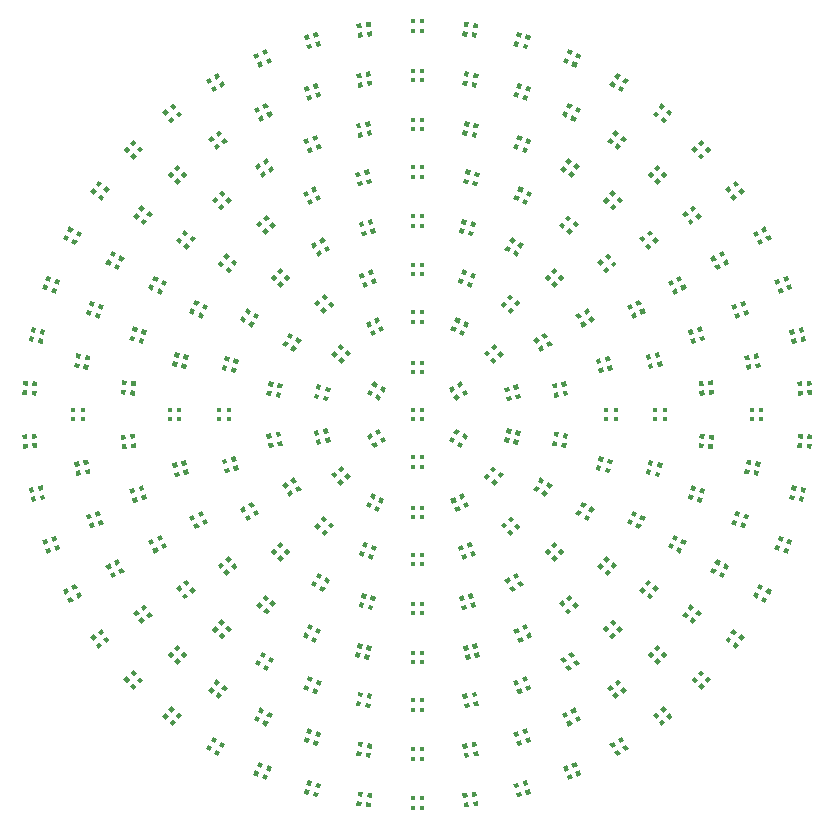
<source format=gtp>
G04 EAGLE Gerber RS-274X export*
G75*
%MOMM*%
%FSLAX34Y34*%
%LPD*%
%INTop Paste*%
%IPPOS*%
%AMOC8*
5,1,8,0,0,1.08239X$1,22.5*%
G01*
%ADD10R,0.400000X0.400000*%
%ADD11R,0.400000X0.400000*%


D10*
X-4000Y332900D03*
X4000Y332900D03*
X4000Y324900D03*
X-4000Y324900D03*
D11*
G36*
X-47581Y331509D02*
X-47039Y327547D01*
X-51001Y327005D01*
X-51543Y330967D01*
X-47581Y331509D01*
G37*
G36*
X-39655Y332594D02*
X-39113Y328632D01*
X-43075Y328090D01*
X-43617Y332052D01*
X-39655Y332594D01*
G37*
G36*
X-38569Y324668D02*
X-38027Y320706D01*
X-41989Y320164D01*
X-42531Y324126D01*
X-38569Y324668D01*
G37*
G36*
X-46495Y323583D02*
X-45953Y319621D01*
X-49915Y319079D01*
X-50457Y323041D01*
X-46495Y323583D01*
G37*
G36*
X-92276Y321944D02*
X-91200Y318092D01*
X-95052Y317016D01*
X-96128Y320868D01*
X-92276Y321944D01*
G37*
G36*
X-84571Y324096D02*
X-83495Y320244D01*
X-87347Y319168D01*
X-88423Y323020D01*
X-84571Y324096D01*
G37*
G36*
X-82420Y316391D02*
X-81344Y312539D01*
X-85196Y311463D01*
X-86272Y315315D01*
X-82420Y316391D01*
G37*
G36*
X-90125Y314239D02*
X-89049Y310387D01*
X-92901Y309311D01*
X-93977Y313163D01*
X-90125Y314239D01*
G37*
G36*
X-135261Y306375D02*
X-133666Y302708D01*
X-137333Y301113D01*
X-138928Y304780D01*
X-135261Y306375D01*
G37*
G36*
X-127925Y309565D02*
X-126330Y305898D01*
X-129997Y304303D01*
X-131592Y307970D01*
X-127925Y309565D01*
G37*
G36*
X-124735Y302229D02*
X-123140Y298562D01*
X-126807Y296967D01*
X-128402Y300634D01*
X-124735Y302229D01*
G37*
G36*
X-132071Y299039D02*
X-130476Y295372D01*
X-134143Y293777D01*
X-135738Y297444D01*
X-132071Y299039D01*
G37*
G36*
X-175718Y285105D02*
X-173640Y281689D01*
X-177056Y279611D01*
X-179134Y283027D01*
X-175718Y285105D01*
G37*
G36*
X-168882Y289261D02*
X-166804Y285845D01*
X-170220Y283767D01*
X-172298Y287183D01*
X-168882Y289261D01*
G37*
G36*
X-164726Y282426D02*
X-162648Y279010D01*
X-166064Y276932D01*
X-168142Y280348D01*
X-164726Y282426D01*
G37*
G36*
X-171562Y278270D02*
X-169484Y274854D01*
X-172900Y272776D01*
X-174978Y276192D01*
X-171562Y278270D01*
G37*
G36*
X-212902Y258526D02*
X-210379Y255423D01*
X-213482Y252900D01*
X-216005Y256003D01*
X-212902Y258526D01*
G37*
G36*
X-206693Y263571D02*
X-204170Y260468D01*
X-207273Y257945D01*
X-209796Y261048D01*
X-206693Y263571D01*
G37*
G36*
X-201648Y257363D02*
X-199125Y254260D01*
X-202228Y251737D01*
X-204751Y254840D01*
X-201648Y257363D01*
G37*
G36*
X-207856Y252318D02*
X-205333Y249215D01*
X-208436Y246692D01*
X-210959Y249795D01*
X-207856Y252318D01*
G37*
G36*
X-246119Y227130D02*
X-243200Y224397D01*
X-245933Y221478D01*
X-248852Y224211D01*
X-246119Y227130D01*
G37*
G36*
X-240652Y232971D02*
X-237733Y230238D01*
X-240466Y227319D01*
X-243385Y230052D01*
X-240652Y232971D01*
G37*
G36*
X-234811Y227505D02*
X-231892Y224772D01*
X-234625Y221853D01*
X-237544Y224586D01*
X-234811Y227505D01*
G37*
G36*
X-240277Y221664D02*
X-237358Y218931D01*
X-240091Y216012D01*
X-243010Y218745D01*
X-240277Y221664D01*
G37*
G36*
X-274757Y191494D02*
X-271489Y189188D01*
X-273795Y185920D01*
X-277063Y188226D01*
X-274757Y191494D01*
G37*
G36*
X-270145Y198031D02*
X-266877Y195725D01*
X-269183Y192457D01*
X-272451Y194763D01*
X-270145Y198031D01*
G37*
G36*
X-263608Y193420D02*
X-260340Y191114D01*
X-262646Y187846D01*
X-265914Y190152D01*
X-263608Y193420D01*
G37*
G36*
X-268220Y186883D02*
X-264952Y184577D01*
X-267258Y181309D01*
X-270526Y183615D01*
X-268220Y186883D01*
G37*
G36*
X-298272Y152301D02*
X-294721Y150460D01*
X-296562Y146909D01*
X-300113Y148750D01*
X-298272Y152301D01*
G37*
G36*
X-294591Y159403D02*
X-291040Y157562D01*
X-292881Y154011D01*
X-296432Y155852D01*
X-294591Y159403D01*
G37*
G36*
X-287488Y155722D02*
X-283937Y153881D01*
X-285778Y150330D01*
X-289329Y152171D01*
X-287488Y155722D01*
G37*
G36*
X-291170Y148619D02*
X-287619Y146778D01*
X-289460Y143227D01*
X-293011Y145068D01*
X-291170Y148619D01*
G37*
G36*
X-316233Y110270D02*
X-312465Y108928D01*
X-313807Y105160D01*
X-317575Y106502D01*
X-316233Y110270D01*
G37*
G36*
X-313549Y117807D02*
X-309781Y116465D01*
X-311123Y112697D01*
X-314891Y114039D01*
X-313549Y117807D01*
G37*
G36*
X-306013Y115123D02*
X-302245Y113781D01*
X-303587Y110013D01*
X-307355Y111355D01*
X-306013Y115123D01*
G37*
G36*
X-308696Y107587D02*
X-304928Y106245D01*
X-306270Y102477D01*
X-310038Y103819D01*
X-308696Y107587D01*
G37*
G36*
X-328302Y66185D02*
X-324388Y65367D01*
X-325206Y61453D01*
X-329120Y62271D01*
X-328302Y66185D01*
G37*
G36*
X-326666Y74016D02*
X-322752Y73198D01*
X-323570Y69284D01*
X-327484Y70102D01*
X-326666Y74016D01*
G37*
G36*
X-318835Y72380D02*
X-314921Y71562D01*
X-315739Y67648D01*
X-319653Y68466D01*
X-318835Y72380D01*
G37*
G36*
X-320471Y64549D02*
X-316557Y63731D01*
X-317375Y59817D01*
X-321289Y60635D01*
X-320471Y64549D01*
G37*
G36*
X-334258Y20868D02*
X-330269Y20589D01*
X-330548Y16600D01*
X-334537Y16879D01*
X-334258Y20868D01*
G37*
G36*
X-333699Y28848D02*
X-329710Y28569D01*
X-329989Y24580D01*
X-333978Y24859D01*
X-333699Y28848D01*
G37*
G36*
X-325719Y28290D02*
X-321730Y28011D01*
X-322009Y24022D01*
X-325998Y24301D01*
X-325719Y28290D01*
G37*
G36*
X-326277Y20310D02*
X-322288Y20031D01*
X-322567Y16042D01*
X-326556Y16321D01*
X-326277Y20310D01*
G37*
G36*
X-333978Y-24859D02*
X-329989Y-24580D01*
X-329710Y-28569D01*
X-333699Y-28848D01*
X-333978Y-24859D01*
G37*
G36*
X-334537Y-16879D02*
X-330548Y-16600D01*
X-330269Y-20589D01*
X-334258Y-20868D01*
X-334537Y-16879D01*
G37*
G36*
X-326556Y-16321D02*
X-322567Y-16042D01*
X-322288Y-20031D01*
X-326277Y-20310D01*
X-326556Y-16321D01*
G37*
G36*
X-325998Y-24301D02*
X-322009Y-24022D01*
X-321730Y-28011D01*
X-325719Y-28290D01*
X-325998Y-24301D01*
G37*
G36*
X-327484Y-70102D02*
X-323570Y-69284D01*
X-322752Y-73198D01*
X-326666Y-74016D01*
X-327484Y-70102D01*
G37*
G36*
X-329120Y-62271D02*
X-325206Y-61453D01*
X-324388Y-65367D01*
X-328302Y-66185D01*
X-329120Y-62271D01*
G37*
G36*
X-321289Y-60635D02*
X-317375Y-59817D01*
X-316557Y-63731D01*
X-320471Y-64549D01*
X-321289Y-60635D01*
G37*
G36*
X-319653Y-68466D02*
X-315739Y-67648D01*
X-314921Y-71562D01*
X-318835Y-72380D01*
X-319653Y-68466D01*
G37*
G36*
X-314891Y-114039D02*
X-311123Y-112697D01*
X-309781Y-116465D01*
X-313549Y-117807D01*
X-314891Y-114039D01*
G37*
G36*
X-317575Y-106502D02*
X-313807Y-105160D01*
X-312465Y-108928D01*
X-316233Y-110270D01*
X-317575Y-106502D01*
G37*
G36*
X-310038Y-103819D02*
X-306270Y-102477D01*
X-304928Y-106245D01*
X-308696Y-107587D01*
X-310038Y-103819D01*
G37*
G36*
X-307355Y-111355D02*
X-303587Y-110013D01*
X-302245Y-113781D01*
X-306013Y-115123D01*
X-307355Y-111355D01*
G37*
G36*
X-296432Y-155852D02*
X-292881Y-154011D01*
X-291040Y-157562D01*
X-294591Y-159403D01*
X-296432Y-155852D01*
G37*
G36*
X-300113Y-148750D02*
X-296562Y-146909D01*
X-294721Y-150460D01*
X-298272Y-152301D01*
X-300113Y-148750D01*
G37*
G36*
X-293011Y-145068D02*
X-289460Y-143227D01*
X-287619Y-146778D01*
X-291170Y-148619D01*
X-293011Y-145068D01*
G37*
G36*
X-289329Y-152171D02*
X-285778Y-150330D01*
X-283937Y-153881D01*
X-287488Y-155722D01*
X-289329Y-152171D01*
G37*
G36*
X-272451Y-194763D02*
X-269183Y-192457D01*
X-266877Y-195725D01*
X-270145Y-198031D01*
X-272451Y-194763D01*
G37*
G36*
X-277063Y-188226D02*
X-273795Y-185920D01*
X-271489Y-189188D01*
X-274757Y-191494D01*
X-277063Y-188226D01*
G37*
G36*
X-270526Y-183615D02*
X-267258Y-181309D01*
X-264952Y-184577D01*
X-268220Y-186883D01*
X-270526Y-183615D01*
G37*
G36*
X-265914Y-190152D02*
X-262646Y-187846D01*
X-260340Y-191114D01*
X-263608Y-193420D01*
X-265914Y-190152D01*
G37*
G36*
X-243385Y-230052D02*
X-240466Y-227319D01*
X-237733Y-230238D01*
X-240652Y-232971D01*
X-243385Y-230052D01*
G37*
G36*
X-248852Y-224211D02*
X-245933Y-221478D01*
X-243200Y-224397D01*
X-246119Y-227130D01*
X-248852Y-224211D01*
G37*
G36*
X-243010Y-218745D02*
X-240091Y-216012D01*
X-237358Y-218931D01*
X-240277Y-221664D01*
X-243010Y-218745D01*
G37*
G36*
X-237544Y-224586D02*
X-234625Y-221853D01*
X-231892Y-224772D01*
X-234811Y-227505D01*
X-237544Y-224586D01*
G37*
G36*
X-209796Y-261048D02*
X-207273Y-257945D01*
X-204170Y-260468D01*
X-206693Y-263571D01*
X-209796Y-261048D01*
G37*
G36*
X-216005Y-256003D02*
X-213482Y-252900D01*
X-210379Y-255423D01*
X-212902Y-258526D01*
X-216005Y-256003D01*
G37*
G36*
X-210959Y-249795D02*
X-208436Y-246692D01*
X-205333Y-249215D01*
X-207856Y-252318D01*
X-210959Y-249795D01*
G37*
G36*
X-204751Y-254840D02*
X-202228Y-251737D01*
X-199125Y-254260D01*
X-201648Y-257363D01*
X-204751Y-254840D01*
G37*
G36*
X-172298Y-287183D02*
X-170220Y-283767D01*
X-166804Y-285845D01*
X-168882Y-289261D01*
X-172298Y-287183D01*
G37*
G36*
X-179134Y-283027D02*
X-177056Y-279611D01*
X-173640Y-281689D01*
X-175718Y-285105D01*
X-179134Y-283027D01*
G37*
G36*
X-174978Y-276192D02*
X-172900Y-272776D01*
X-169484Y-274854D01*
X-171562Y-278270D01*
X-174978Y-276192D01*
G37*
G36*
X-168142Y-280348D02*
X-166064Y-276932D01*
X-162648Y-279010D01*
X-164726Y-282426D01*
X-168142Y-280348D01*
G37*
G36*
X-131592Y-307970D02*
X-129997Y-304303D01*
X-126330Y-305898D01*
X-127925Y-309565D01*
X-131592Y-307970D01*
G37*
G36*
X-138928Y-304780D02*
X-137333Y-301113D01*
X-133666Y-302708D01*
X-135261Y-306375D01*
X-138928Y-304780D01*
G37*
G36*
X-135738Y-297444D02*
X-134143Y-293777D01*
X-130476Y-295372D01*
X-132071Y-299039D01*
X-135738Y-297444D01*
G37*
G36*
X-128402Y-300634D02*
X-126807Y-296967D01*
X-123140Y-298562D01*
X-124735Y-302229D01*
X-128402Y-300634D01*
G37*
G36*
X-88423Y-323020D02*
X-87347Y-319168D01*
X-83495Y-320244D01*
X-84571Y-324096D01*
X-88423Y-323020D01*
G37*
G36*
X-96128Y-320868D02*
X-95052Y-317016D01*
X-91200Y-318092D01*
X-92276Y-321944D01*
X-96128Y-320868D01*
G37*
G36*
X-93977Y-313163D02*
X-92901Y-309311D01*
X-89049Y-310387D01*
X-90125Y-314239D01*
X-93977Y-313163D01*
G37*
G36*
X-86272Y-315315D02*
X-85196Y-311463D01*
X-81344Y-312539D01*
X-82420Y-316391D01*
X-86272Y-315315D01*
G37*
G36*
X-43617Y-332052D02*
X-43075Y-328090D01*
X-39113Y-328632D01*
X-39655Y-332594D01*
X-43617Y-332052D01*
G37*
G36*
X-51543Y-330967D02*
X-51001Y-327005D01*
X-47039Y-327547D01*
X-47581Y-331509D01*
X-51543Y-330967D01*
G37*
G36*
X-50457Y-323041D02*
X-49915Y-319079D01*
X-45953Y-319621D01*
X-46495Y-323583D01*
X-50457Y-323041D01*
G37*
G36*
X-42531Y-324126D02*
X-41989Y-320164D01*
X-38027Y-320706D01*
X-38569Y-324668D01*
X-42531Y-324126D01*
G37*
D10*
X4000Y-332900D03*
X-4000Y-332900D03*
X-4000Y-324900D03*
X4000Y-324900D03*
D11*
G36*
X47581Y-331509D02*
X47039Y-327547D01*
X51001Y-327005D01*
X51543Y-330967D01*
X47581Y-331509D01*
G37*
G36*
X39655Y-332594D02*
X39113Y-328632D01*
X43075Y-328090D01*
X43617Y-332052D01*
X39655Y-332594D01*
G37*
G36*
X38569Y-324668D02*
X38027Y-320706D01*
X41989Y-320164D01*
X42531Y-324126D01*
X38569Y-324668D01*
G37*
G36*
X46495Y-323583D02*
X45953Y-319621D01*
X49915Y-319079D01*
X50457Y-323041D01*
X46495Y-323583D01*
G37*
G36*
X92276Y-321944D02*
X91200Y-318092D01*
X95052Y-317016D01*
X96128Y-320868D01*
X92276Y-321944D01*
G37*
G36*
X84571Y-324096D02*
X83495Y-320244D01*
X87347Y-319168D01*
X88423Y-323020D01*
X84571Y-324096D01*
G37*
G36*
X82420Y-316391D02*
X81344Y-312539D01*
X85196Y-311463D01*
X86272Y-315315D01*
X82420Y-316391D01*
G37*
G36*
X90125Y-314239D02*
X89049Y-310387D01*
X92901Y-309311D01*
X93977Y-313163D01*
X90125Y-314239D01*
G37*
G36*
X135261Y-306375D02*
X133666Y-302708D01*
X137333Y-301113D01*
X138928Y-304780D01*
X135261Y-306375D01*
G37*
G36*
X127925Y-309565D02*
X126330Y-305898D01*
X129997Y-304303D01*
X131592Y-307970D01*
X127925Y-309565D01*
G37*
G36*
X124735Y-302229D02*
X123140Y-298562D01*
X126807Y-296967D01*
X128402Y-300634D01*
X124735Y-302229D01*
G37*
G36*
X132071Y-299039D02*
X130476Y-295372D01*
X134143Y-293777D01*
X135738Y-297444D01*
X132071Y-299039D01*
G37*
G36*
X175718Y-285105D02*
X173640Y-281689D01*
X177056Y-279611D01*
X179134Y-283027D01*
X175718Y-285105D01*
G37*
G36*
X168882Y-289261D02*
X166804Y-285845D01*
X170220Y-283767D01*
X172298Y-287183D01*
X168882Y-289261D01*
G37*
G36*
X164726Y-282426D02*
X162648Y-279010D01*
X166064Y-276932D01*
X168142Y-280348D01*
X164726Y-282426D01*
G37*
G36*
X171562Y-278270D02*
X169484Y-274854D01*
X172900Y-272776D01*
X174978Y-276192D01*
X171562Y-278270D01*
G37*
G36*
X212902Y-258526D02*
X210379Y-255423D01*
X213482Y-252900D01*
X216005Y-256003D01*
X212902Y-258526D01*
G37*
G36*
X206693Y-263571D02*
X204170Y-260468D01*
X207273Y-257945D01*
X209796Y-261048D01*
X206693Y-263571D01*
G37*
G36*
X201648Y-257363D02*
X199125Y-254260D01*
X202228Y-251737D01*
X204751Y-254840D01*
X201648Y-257363D01*
G37*
G36*
X207856Y-252318D02*
X205333Y-249215D01*
X208436Y-246692D01*
X210959Y-249795D01*
X207856Y-252318D01*
G37*
G36*
X246119Y-227130D02*
X243200Y-224397D01*
X245933Y-221478D01*
X248852Y-224211D01*
X246119Y-227130D01*
G37*
G36*
X240652Y-232971D02*
X237733Y-230238D01*
X240466Y-227319D01*
X243385Y-230052D01*
X240652Y-232971D01*
G37*
G36*
X234811Y-227505D02*
X231892Y-224772D01*
X234625Y-221853D01*
X237544Y-224586D01*
X234811Y-227505D01*
G37*
G36*
X240277Y-221664D02*
X237358Y-218931D01*
X240091Y-216012D01*
X243010Y-218745D01*
X240277Y-221664D01*
G37*
G36*
X274757Y-191494D02*
X271489Y-189188D01*
X273795Y-185920D01*
X277063Y-188226D01*
X274757Y-191494D01*
G37*
G36*
X270145Y-198031D02*
X266877Y-195725D01*
X269183Y-192457D01*
X272451Y-194763D01*
X270145Y-198031D01*
G37*
G36*
X263608Y-193420D02*
X260340Y-191114D01*
X262646Y-187846D01*
X265914Y-190152D01*
X263608Y-193420D01*
G37*
G36*
X268220Y-186883D02*
X264952Y-184577D01*
X267258Y-181309D01*
X270526Y-183615D01*
X268220Y-186883D01*
G37*
G36*
X298272Y-152301D02*
X294721Y-150460D01*
X296562Y-146909D01*
X300113Y-148750D01*
X298272Y-152301D01*
G37*
G36*
X294591Y-159403D02*
X291040Y-157562D01*
X292881Y-154011D01*
X296432Y-155852D01*
X294591Y-159403D01*
G37*
G36*
X287488Y-155722D02*
X283937Y-153881D01*
X285778Y-150330D01*
X289329Y-152171D01*
X287488Y-155722D01*
G37*
G36*
X291170Y-148619D02*
X287619Y-146778D01*
X289460Y-143227D01*
X293011Y-145068D01*
X291170Y-148619D01*
G37*
G36*
X316233Y-110270D02*
X312465Y-108928D01*
X313807Y-105160D01*
X317575Y-106502D01*
X316233Y-110270D01*
G37*
G36*
X313549Y-117807D02*
X309781Y-116465D01*
X311123Y-112697D01*
X314891Y-114039D01*
X313549Y-117807D01*
G37*
G36*
X306013Y-115123D02*
X302245Y-113781D01*
X303587Y-110013D01*
X307355Y-111355D01*
X306013Y-115123D01*
G37*
G36*
X308696Y-107587D02*
X304928Y-106245D01*
X306270Y-102477D01*
X310038Y-103819D01*
X308696Y-107587D01*
G37*
G36*
X328302Y-66185D02*
X324388Y-65367D01*
X325206Y-61453D01*
X329120Y-62271D01*
X328302Y-66185D01*
G37*
G36*
X326666Y-74016D02*
X322752Y-73198D01*
X323570Y-69284D01*
X327484Y-70102D01*
X326666Y-74016D01*
G37*
G36*
X318835Y-72380D02*
X314921Y-71562D01*
X315739Y-67648D01*
X319653Y-68466D01*
X318835Y-72380D01*
G37*
G36*
X320471Y-64549D02*
X316557Y-63731D01*
X317375Y-59817D01*
X321289Y-60635D01*
X320471Y-64549D01*
G37*
G36*
X334258Y-20868D02*
X330269Y-20589D01*
X330548Y-16600D01*
X334537Y-16879D01*
X334258Y-20868D01*
G37*
G36*
X333699Y-28848D02*
X329710Y-28569D01*
X329989Y-24580D01*
X333978Y-24859D01*
X333699Y-28848D01*
G37*
G36*
X325719Y-28290D02*
X321730Y-28011D01*
X322009Y-24022D01*
X325998Y-24301D01*
X325719Y-28290D01*
G37*
G36*
X326277Y-20310D02*
X322288Y-20031D01*
X322567Y-16042D01*
X326556Y-16321D01*
X326277Y-20310D01*
G37*
G36*
X333978Y24859D02*
X329989Y24580D01*
X329710Y28569D01*
X333699Y28848D01*
X333978Y24859D01*
G37*
G36*
X334537Y16879D02*
X330548Y16600D01*
X330269Y20589D01*
X334258Y20868D01*
X334537Y16879D01*
G37*
G36*
X326556Y16321D02*
X322567Y16042D01*
X322288Y20031D01*
X326277Y20310D01*
X326556Y16321D01*
G37*
G36*
X325998Y24301D02*
X322009Y24022D01*
X321730Y28011D01*
X325719Y28290D01*
X325998Y24301D01*
G37*
G36*
X327484Y70102D02*
X323570Y69284D01*
X322752Y73198D01*
X326666Y74016D01*
X327484Y70102D01*
G37*
G36*
X329120Y62271D02*
X325206Y61453D01*
X324388Y65367D01*
X328302Y66185D01*
X329120Y62271D01*
G37*
G36*
X321289Y60635D02*
X317375Y59817D01*
X316557Y63731D01*
X320471Y64549D01*
X321289Y60635D01*
G37*
G36*
X319653Y68466D02*
X315739Y67648D01*
X314921Y71562D01*
X318835Y72380D01*
X319653Y68466D01*
G37*
G36*
X314891Y114039D02*
X311123Y112697D01*
X309781Y116465D01*
X313549Y117807D01*
X314891Y114039D01*
G37*
G36*
X317575Y106502D02*
X313807Y105160D01*
X312465Y108928D01*
X316233Y110270D01*
X317575Y106502D01*
G37*
G36*
X310038Y103819D02*
X306270Y102477D01*
X304928Y106245D01*
X308696Y107587D01*
X310038Y103819D01*
G37*
G36*
X307355Y111355D02*
X303587Y110013D01*
X302245Y113781D01*
X306013Y115123D01*
X307355Y111355D01*
G37*
G36*
X296432Y155852D02*
X292881Y154011D01*
X291040Y157562D01*
X294591Y159403D01*
X296432Y155852D01*
G37*
G36*
X300113Y148750D02*
X296562Y146909D01*
X294721Y150460D01*
X298272Y152301D01*
X300113Y148750D01*
G37*
G36*
X293011Y145068D02*
X289460Y143227D01*
X287619Y146778D01*
X291170Y148619D01*
X293011Y145068D01*
G37*
G36*
X289329Y152171D02*
X285778Y150330D01*
X283937Y153881D01*
X287488Y155722D01*
X289329Y152171D01*
G37*
G36*
X272451Y194763D02*
X269183Y192457D01*
X266877Y195725D01*
X270145Y198031D01*
X272451Y194763D01*
G37*
G36*
X277063Y188226D02*
X273795Y185920D01*
X271489Y189188D01*
X274757Y191494D01*
X277063Y188226D01*
G37*
G36*
X270526Y183615D02*
X267258Y181309D01*
X264952Y184577D01*
X268220Y186883D01*
X270526Y183615D01*
G37*
G36*
X265914Y190152D02*
X262646Y187846D01*
X260340Y191114D01*
X263608Y193420D01*
X265914Y190152D01*
G37*
G36*
X243385Y230052D02*
X240466Y227319D01*
X237733Y230238D01*
X240652Y232971D01*
X243385Y230052D01*
G37*
G36*
X248852Y224211D02*
X245933Y221478D01*
X243200Y224397D01*
X246119Y227130D01*
X248852Y224211D01*
G37*
G36*
X243010Y218745D02*
X240091Y216012D01*
X237358Y218931D01*
X240277Y221664D01*
X243010Y218745D01*
G37*
G36*
X237544Y224586D02*
X234625Y221853D01*
X231892Y224772D01*
X234811Y227505D01*
X237544Y224586D01*
G37*
G36*
X209796Y261048D02*
X207273Y257945D01*
X204170Y260468D01*
X206693Y263571D01*
X209796Y261048D01*
G37*
G36*
X216005Y256003D02*
X213482Y252900D01*
X210379Y255423D01*
X212902Y258526D01*
X216005Y256003D01*
G37*
G36*
X210959Y249795D02*
X208436Y246692D01*
X205333Y249215D01*
X207856Y252318D01*
X210959Y249795D01*
G37*
G36*
X204751Y254840D02*
X202228Y251737D01*
X199125Y254260D01*
X201648Y257363D01*
X204751Y254840D01*
G37*
G36*
X172298Y287183D02*
X170220Y283767D01*
X166804Y285845D01*
X168882Y289261D01*
X172298Y287183D01*
G37*
G36*
X179134Y283027D02*
X177056Y279611D01*
X173640Y281689D01*
X175718Y285105D01*
X179134Y283027D01*
G37*
G36*
X174978Y276192D02*
X172900Y272776D01*
X169484Y274854D01*
X171562Y278270D01*
X174978Y276192D01*
G37*
G36*
X168142Y280348D02*
X166064Y276932D01*
X162648Y279010D01*
X164726Y282426D01*
X168142Y280348D01*
G37*
G36*
X131592Y307970D02*
X129997Y304303D01*
X126330Y305898D01*
X127925Y309565D01*
X131592Y307970D01*
G37*
G36*
X138928Y304780D02*
X137333Y301113D01*
X133666Y302708D01*
X135261Y306375D01*
X138928Y304780D01*
G37*
G36*
X135738Y297444D02*
X134143Y293777D01*
X130476Y295372D01*
X132071Y299039D01*
X135738Y297444D01*
G37*
G36*
X128402Y300634D02*
X126807Y296967D01*
X123140Y298562D01*
X124735Y302229D01*
X128402Y300634D01*
G37*
G36*
X88423Y323020D02*
X87347Y319168D01*
X83495Y320244D01*
X84571Y324096D01*
X88423Y323020D01*
G37*
G36*
X96128Y320868D02*
X95052Y317016D01*
X91200Y318092D01*
X92276Y321944D01*
X96128Y320868D01*
G37*
G36*
X93977Y313163D02*
X92901Y309311D01*
X89049Y310387D01*
X90125Y314239D01*
X93977Y313163D01*
G37*
G36*
X86272Y315315D02*
X85196Y311463D01*
X81344Y312539D01*
X82420Y316391D01*
X86272Y315315D01*
G37*
G36*
X43617Y332052D02*
X43075Y328090D01*
X39113Y328632D01*
X39655Y332594D01*
X43617Y332052D01*
G37*
G36*
X51543Y330967D02*
X51001Y327005D01*
X47039Y327547D01*
X47581Y331509D01*
X51543Y330967D01*
G37*
G36*
X50457Y323041D02*
X49915Y319079D01*
X45953Y319621D01*
X46495Y323583D01*
X50457Y323041D01*
G37*
G36*
X42531Y324126D02*
X41989Y320164D01*
X38027Y320706D01*
X38569Y324668D01*
X42531Y324126D01*
G37*
D10*
X-4000Y291300D03*
X4000Y291300D03*
X4000Y283300D03*
X-4000Y283300D03*
D11*
G36*
X-47858Y289376D02*
X-47232Y285426D01*
X-51182Y284800D01*
X-51808Y288750D01*
X-47858Y289376D01*
G37*
G36*
X-39957Y290627D02*
X-39331Y286677D01*
X-43281Y286051D01*
X-43907Y290001D01*
X-39957Y290627D01*
G37*
G36*
X-38705Y282726D02*
X-38079Y278776D01*
X-42029Y278150D01*
X-42655Y282100D01*
X-38705Y282726D01*
G37*
G36*
X-46607Y281474D02*
X-45981Y277524D01*
X-49931Y276898D01*
X-50557Y280848D01*
X-46607Y281474D01*
G37*
G36*
X-92537Y278327D02*
X-91301Y274523D01*
X-95105Y273287D01*
X-96341Y277091D01*
X-92537Y278327D01*
G37*
G36*
X-84928Y280799D02*
X-83692Y276995D01*
X-87496Y275759D01*
X-88732Y279563D01*
X-84928Y280799D01*
G37*
G36*
X-82456Y273190D02*
X-81220Y269386D01*
X-85024Y268150D01*
X-86260Y271954D01*
X-82456Y273190D01*
G37*
G36*
X-90065Y270718D02*
X-88829Y266914D01*
X-92633Y265678D01*
X-93869Y269482D01*
X-90065Y270718D01*
G37*
G36*
X-134937Y260423D02*
X-133122Y256860D01*
X-136685Y255045D01*
X-138500Y258608D01*
X-134937Y260423D01*
G37*
G36*
X-127809Y264055D02*
X-125994Y260492D01*
X-129557Y258677D01*
X-131372Y262240D01*
X-127809Y264055D01*
G37*
G36*
X-124177Y256927D02*
X-122362Y253364D01*
X-125925Y251549D01*
X-127740Y255112D01*
X-124177Y256927D01*
G37*
G36*
X-131306Y253295D02*
X-129491Y249732D01*
X-133054Y247917D01*
X-134869Y251480D01*
X-131306Y253295D01*
G37*
G36*
X-174016Y236109D02*
X-171665Y232874D01*
X-174900Y230523D01*
X-177251Y233758D01*
X-174016Y236109D01*
G37*
G36*
X-167544Y240811D02*
X-165193Y237576D01*
X-168428Y235225D01*
X-170779Y238460D01*
X-167544Y240811D01*
G37*
G36*
X-162841Y234339D02*
X-160490Y231104D01*
X-163725Y228753D01*
X-166076Y231988D01*
X-162841Y234339D01*
G37*
G36*
X-169314Y229636D02*
X-166963Y226401D01*
X-170198Y224050D01*
X-172549Y227285D01*
X-169314Y229636D01*
G37*
G36*
X-208809Y205980D02*
X-205981Y203152D01*
X-208809Y200324D01*
X-211637Y203152D01*
X-208809Y205980D01*
G37*
G36*
X-203152Y211637D02*
X-200324Y208809D01*
X-203152Y205981D01*
X-205980Y208809D01*
X-203152Y211637D01*
G37*
G36*
X-197495Y205980D02*
X-194667Y203152D01*
X-197495Y200324D01*
X-200323Y203152D01*
X-197495Y205980D01*
G37*
G36*
X-203152Y200323D02*
X-200324Y197495D01*
X-203152Y194667D01*
X-205980Y197495D01*
X-203152Y200323D01*
G37*
G36*
X-238460Y170779D02*
X-235225Y168428D01*
X-237576Y165193D01*
X-240811Y167544D01*
X-238460Y170779D01*
G37*
G36*
X-233758Y177251D02*
X-230523Y174900D01*
X-232874Y171665D01*
X-236109Y174016D01*
X-233758Y177251D01*
G37*
G36*
X-227285Y172549D02*
X-224050Y170198D01*
X-226401Y166963D01*
X-229636Y169314D01*
X-227285Y172549D01*
G37*
G36*
X-231988Y166076D02*
X-228753Y163725D01*
X-231104Y160490D01*
X-234339Y162841D01*
X-231988Y166076D01*
G37*
G36*
X-262240Y131372D02*
X-258677Y129557D01*
X-260492Y125994D01*
X-264055Y127809D01*
X-262240Y131372D01*
G37*
G36*
X-258608Y138500D02*
X-255045Y136685D01*
X-256860Y133122D01*
X-260423Y134937D01*
X-258608Y138500D01*
G37*
G36*
X-251480Y134869D02*
X-247917Y133054D01*
X-249732Y129491D01*
X-253295Y131306D01*
X-251480Y134869D01*
G37*
G36*
X-255112Y127740D02*
X-251549Y125925D01*
X-253364Y122362D01*
X-256927Y124177D01*
X-255112Y127740D01*
G37*
G36*
X-279563Y88732D02*
X-275759Y87496D01*
X-276995Y83692D01*
X-280799Y84928D01*
X-279563Y88732D01*
G37*
G36*
X-277091Y96341D02*
X-273287Y95105D01*
X-274523Y91301D01*
X-278327Y92537D01*
X-277091Y96341D01*
G37*
G36*
X-269482Y93869D02*
X-265678Y92633D01*
X-266914Y88829D01*
X-270718Y90065D01*
X-269482Y93869D01*
G37*
G36*
X-271954Y86260D02*
X-268150Y85024D01*
X-269386Y81220D01*
X-273190Y82456D01*
X-271954Y86260D01*
G37*
G36*
X-290001Y43907D02*
X-286051Y43281D01*
X-286677Y39331D01*
X-290627Y39957D01*
X-290001Y43907D01*
G37*
G36*
X-288750Y51808D02*
X-284800Y51182D01*
X-285426Y47232D01*
X-289376Y47858D01*
X-288750Y51808D01*
G37*
G36*
X-280848Y50557D02*
X-276898Y49931D01*
X-277524Y45981D01*
X-281474Y46607D01*
X-280848Y50557D01*
G37*
G36*
X-282100Y42655D02*
X-278150Y42029D01*
X-278776Y38079D01*
X-282726Y38705D01*
X-282100Y42655D01*
G37*
D10*
X-291300Y-4000D03*
X-291300Y4000D03*
X-283300Y4000D03*
X-283300Y-4000D03*
D11*
G36*
X-289376Y-47858D02*
X-285426Y-47232D01*
X-284800Y-51182D01*
X-288750Y-51808D01*
X-289376Y-47858D01*
G37*
G36*
X-290627Y-39957D02*
X-286677Y-39331D01*
X-286051Y-43281D01*
X-290001Y-43907D01*
X-290627Y-39957D01*
G37*
G36*
X-282726Y-38705D02*
X-278776Y-38079D01*
X-278150Y-42029D01*
X-282100Y-42655D01*
X-282726Y-38705D01*
G37*
G36*
X-281474Y-46607D02*
X-277524Y-45981D01*
X-276898Y-49931D01*
X-280848Y-50557D01*
X-281474Y-46607D01*
G37*
G36*
X-278327Y-92537D02*
X-274523Y-91301D01*
X-273287Y-95105D01*
X-277091Y-96341D01*
X-278327Y-92537D01*
G37*
G36*
X-280799Y-84928D02*
X-276995Y-83692D01*
X-275759Y-87496D01*
X-279563Y-88732D01*
X-280799Y-84928D01*
G37*
G36*
X-273190Y-82456D02*
X-269386Y-81220D01*
X-268150Y-85024D01*
X-271954Y-86260D01*
X-273190Y-82456D01*
G37*
G36*
X-270718Y-90065D02*
X-266914Y-88829D01*
X-265678Y-92633D01*
X-269482Y-93869D01*
X-270718Y-90065D01*
G37*
G36*
X-260423Y-134937D02*
X-256860Y-133122D01*
X-255045Y-136685D01*
X-258608Y-138500D01*
X-260423Y-134937D01*
G37*
G36*
X-264055Y-127809D02*
X-260492Y-125994D01*
X-258677Y-129557D01*
X-262240Y-131372D01*
X-264055Y-127809D01*
G37*
G36*
X-256927Y-124177D02*
X-253364Y-122362D01*
X-251549Y-125925D01*
X-255112Y-127740D01*
X-256927Y-124177D01*
G37*
G36*
X-253295Y-131306D02*
X-249732Y-129491D01*
X-247917Y-133054D01*
X-251480Y-134869D01*
X-253295Y-131306D01*
G37*
G36*
X-236109Y-174016D02*
X-232874Y-171665D01*
X-230523Y-174900D01*
X-233758Y-177251D01*
X-236109Y-174016D01*
G37*
G36*
X-240811Y-167544D02*
X-237576Y-165193D01*
X-235225Y-168428D01*
X-238460Y-170779D01*
X-240811Y-167544D01*
G37*
G36*
X-234339Y-162841D02*
X-231104Y-160490D01*
X-228753Y-163725D01*
X-231988Y-166076D01*
X-234339Y-162841D01*
G37*
G36*
X-229636Y-169314D02*
X-226401Y-166963D01*
X-224050Y-170198D01*
X-227285Y-172549D01*
X-229636Y-169314D01*
G37*
G36*
X-205980Y-208809D02*
X-203152Y-205981D01*
X-200324Y-208809D01*
X-203152Y-211637D01*
X-205980Y-208809D01*
G37*
G36*
X-211637Y-203152D02*
X-208809Y-200324D01*
X-205981Y-203152D01*
X-208809Y-205980D01*
X-211637Y-203152D01*
G37*
G36*
X-205980Y-197495D02*
X-203152Y-194667D01*
X-200324Y-197495D01*
X-203152Y-200323D01*
X-205980Y-197495D01*
G37*
G36*
X-200323Y-203152D02*
X-197495Y-200324D01*
X-194667Y-203152D01*
X-197495Y-205980D01*
X-200323Y-203152D01*
G37*
G36*
X-170779Y-238460D02*
X-168428Y-235225D01*
X-165193Y-237576D01*
X-167544Y-240811D01*
X-170779Y-238460D01*
G37*
G36*
X-177251Y-233758D02*
X-174900Y-230523D01*
X-171665Y-232874D01*
X-174016Y-236109D01*
X-177251Y-233758D01*
G37*
G36*
X-172549Y-227285D02*
X-170198Y-224050D01*
X-166963Y-226401D01*
X-169314Y-229636D01*
X-172549Y-227285D01*
G37*
G36*
X-166076Y-231988D02*
X-163725Y-228753D01*
X-160490Y-231104D01*
X-162841Y-234339D01*
X-166076Y-231988D01*
G37*
G36*
X-131372Y-262240D02*
X-129557Y-258677D01*
X-125994Y-260492D01*
X-127809Y-264055D01*
X-131372Y-262240D01*
G37*
G36*
X-138500Y-258608D02*
X-136685Y-255045D01*
X-133122Y-256860D01*
X-134937Y-260423D01*
X-138500Y-258608D01*
G37*
G36*
X-134869Y-251480D02*
X-133054Y-247917D01*
X-129491Y-249732D01*
X-131306Y-253295D01*
X-134869Y-251480D01*
G37*
G36*
X-127740Y-255112D02*
X-125925Y-251549D01*
X-122362Y-253364D01*
X-124177Y-256927D01*
X-127740Y-255112D01*
G37*
G36*
X-88732Y-279563D02*
X-87496Y-275759D01*
X-83692Y-276995D01*
X-84928Y-280799D01*
X-88732Y-279563D01*
G37*
G36*
X-96341Y-277091D02*
X-95105Y-273287D01*
X-91301Y-274523D01*
X-92537Y-278327D01*
X-96341Y-277091D01*
G37*
G36*
X-93869Y-269482D02*
X-92633Y-265678D01*
X-88829Y-266914D01*
X-90065Y-270718D01*
X-93869Y-269482D01*
G37*
G36*
X-86260Y-271954D02*
X-85024Y-268150D01*
X-81220Y-269386D01*
X-82456Y-273190D01*
X-86260Y-271954D01*
G37*
G36*
X-43907Y-290001D02*
X-43281Y-286051D01*
X-39331Y-286677D01*
X-39957Y-290627D01*
X-43907Y-290001D01*
G37*
G36*
X-51808Y-288750D02*
X-51182Y-284800D01*
X-47232Y-285426D01*
X-47858Y-289376D01*
X-51808Y-288750D01*
G37*
G36*
X-50557Y-280848D02*
X-49931Y-276898D01*
X-45981Y-277524D01*
X-46607Y-281474D01*
X-50557Y-280848D01*
G37*
G36*
X-42655Y-282100D02*
X-42029Y-278150D01*
X-38079Y-278776D01*
X-38705Y-282726D01*
X-42655Y-282100D01*
G37*
D10*
X4000Y-291300D03*
X-4000Y-291300D03*
X-4000Y-283300D03*
X4000Y-283300D03*
D11*
G36*
X47858Y-289376D02*
X47232Y-285426D01*
X51182Y-284800D01*
X51808Y-288750D01*
X47858Y-289376D01*
G37*
G36*
X39957Y-290627D02*
X39331Y-286677D01*
X43281Y-286051D01*
X43907Y-290001D01*
X39957Y-290627D01*
G37*
G36*
X38705Y-282726D02*
X38079Y-278776D01*
X42029Y-278150D01*
X42655Y-282100D01*
X38705Y-282726D01*
G37*
G36*
X46607Y-281474D02*
X45981Y-277524D01*
X49931Y-276898D01*
X50557Y-280848D01*
X46607Y-281474D01*
G37*
G36*
X92537Y-278327D02*
X91301Y-274523D01*
X95105Y-273287D01*
X96341Y-277091D01*
X92537Y-278327D01*
G37*
G36*
X84928Y-280799D02*
X83692Y-276995D01*
X87496Y-275759D01*
X88732Y-279563D01*
X84928Y-280799D01*
G37*
G36*
X82456Y-273190D02*
X81220Y-269386D01*
X85024Y-268150D01*
X86260Y-271954D01*
X82456Y-273190D01*
G37*
G36*
X90065Y-270718D02*
X88829Y-266914D01*
X92633Y-265678D01*
X93869Y-269482D01*
X90065Y-270718D01*
G37*
G36*
X134937Y-260423D02*
X133122Y-256860D01*
X136685Y-255045D01*
X138500Y-258608D01*
X134937Y-260423D01*
G37*
G36*
X127809Y-264055D02*
X125994Y-260492D01*
X129557Y-258677D01*
X131372Y-262240D01*
X127809Y-264055D01*
G37*
G36*
X124177Y-256927D02*
X122362Y-253364D01*
X125925Y-251549D01*
X127740Y-255112D01*
X124177Y-256927D01*
G37*
G36*
X131306Y-253295D02*
X129491Y-249732D01*
X133054Y-247917D01*
X134869Y-251480D01*
X131306Y-253295D01*
G37*
G36*
X174016Y-236109D02*
X171665Y-232874D01*
X174900Y-230523D01*
X177251Y-233758D01*
X174016Y-236109D01*
G37*
G36*
X167544Y-240811D02*
X165193Y-237576D01*
X168428Y-235225D01*
X170779Y-238460D01*
X167544Y-240811D01*
G37*
G36*
X162841Y-234339D02*
X160490Y-231104D01*
X163725Y-228753D01*
X166076Y-231988D01*
X162841Y-234339D01*
G37*
G36*
X169314Y-229636D02*
X166963Y-226401D01*
X170198Y-224050D01*
X172549Y-227285D01*
X169314Y-229636D01*
G37*
G36*
X208809Y-205980D02*
X205981Y-203152D01*
X208809Y-200324D01*
X211637Y-203152D01*
X208809Y-205980D01*
G37*
G36*
X203152Y-211637D02*
X200324Y-208809D01*
X203152Y-205981D01*
X205980Y-208809D01*
X203152Y-211637D01*
G37*
G36*
X197495Y-205980D02*
X194667Y-203152D01*
X197495Y-200324D01*
X200323Y-203152D01*
X197495Y-205980D01*
G37*
G36*
X203152Y-200323D02*
X200324Y-197495D01*
X203152Y-194667D01*
X205980Y-197495D01*
X203152Y-200323D01*
G37*
G36*
X238460Y-170779D02*
X235225Y-168428D01*
X237576Y-165193D01*
X240811Y-167544D01*
X238460Y-170779D01*
G37*
G36*
X233758Y-177251D02*
X230523Y-174900D01*
X232874Y-171665D01*
X236109Y-174016D01*
X233758Y-177251D01*
G37*
G36*
X227285Y-172549D02*
X224050Y-170198D01*
X226401Y-166963D01*
X229636Y-169314D01*
X227285Y-172549D01*
G37*
G36*
X231988Y-166076D02*
X228753Y-163725D01*
X231104Y-160490D01*
X234339Y-162841D01*
X231988Y-166076D01*
G37*
G36*
X262240Y-131372D02*
X258677Y-129557D01*
X260492Y-125994D01*
X264055Y-127809D01*
X262240Y-131372D01*
G37*
G36*
X258608Y-138500D02*
X255045Y-136685D01*
X256860Y-133122D01*
X260423Y-134937D01*
X258608Y-138500D01*
G37*
G36*
X251480Y-134869D02*
X247917Y-133054D01*
X249732Y-129491D01*
X253295Y-131306D01*
X251480Y-134869D01*
G37*
G36*
X255112Y-127740D02*
X251549Y-125925D01*
X253364Y-122362D01*
X256927Y-124177D01*
X255112Y-127740D01*
G37*
G36*
X279563Y-88732D02*
X275759Y-87496D01*
X276995Y-83692D01*
X280799Y-84928D01*
X279563Y-88732D01*
G37*
G36*
X277091Y-96341D02*
X273287Y-95105D01*
X274523Y-91301D01*
X278327Y-92537D01*
X277091Y-96341D01*
G37*
G36*
X269482Y-93869D02*
X265678Y-92633D01*
X266914Y-88829D01*
X270718Y-90065D01*
X269482Y-93869D01*
G37*
G36*
X271954Y-86260D02*
X268150Y-85024D01*
X269386Y-81220D01*
X273190Y-82456D01*
X271954Y-86260D01*
G37*
G36*
X290001Y-43907D02*
X286051Y-43281D01*
X286677Y-39331D01*
X290627Y-39957D01*
X290001Y-43907D01*
G37*
G36*
X288750Y-51808D02*
X284800Y-51182D01*
X285426Y-47232D01*
X289376Y-47858D01*
X288750Y-51808D01*
G37*
G36*
X280848Y-50557D02*
X276898Y-49931D01*
X277524Y-45981D01*
X281474Y-46607D01*
X280848Y-50557D01*
G37*
G36*
X282100Y-42655D02*
X278150Y-42029D01*
X278776Y-38079D01*
X282726Y-38705D01*
X282100Y-42655D01*
G37*
D10*
X291300Y4000D03*
X291300Y-4000D03*
X283300Y-4000D03*
X283300Y4000D03*
D11*
G36*
X289376Y47858D02*
X285426Y47232D01*
X284800Y51182D01*
X288750Y51808D01*
X289376Y47858D01*
G37*
G36*
X290627Y39957D02*
X286677Y39331D01*
X286051Y43281D01*
X290001Y43907D01*
X290627Y39957D01*
G37*
G36*
X282726Y38705D02*
X278776Y38079D01*
X278150Y42029D01*
X282100Y42655D01*
X282726Y38705D01*
G37*
G36*
X281474Y46607D02*
X277524Y45981D01*
X276898Y49931D01*
X280848Y50557D01*
X281474Y46607D01*
G37*
G36*
X278327Y92537D02*
X274523Y91301D01*
X273287Y95105D01*
X277091Y96341D01*
X278327Y92537D01*
G37*
G36*
X280799Y84928D02*
X276995Y83692D01*
X275759Y87496D01*
X279563Y88732D01*
X280799Y84928D01*
G37*
G36*
X273190Y82456D02*
X269386Y81220D01*
X268150Y85024D01*
X271954Y86260D01*
X273190Y82456D01*
G37*
G36*
X270718Y90065D02*
X266914Y88829D01*
X265678Y92633D01*
X269482Y93869D01*
X270718Y90065D01*
G37*
G36*
X260423Y134937D02*
X256860Y133122D01*
X255045Y136685D01*
X258608Y138500D01*
X260423Y134937D01*
G37*
G36*
X264055Y127809D02*
X260492Y125994D01*
X258677Y129557D01*
X262240Y131372D01*
X264055Y127809D01*
G37*
G36*
X256927Y124177D02*
X253364Y122362D01*
X251549Y125925D01*
X255112Y127740D01*
X256927Y124177D01*
G37*
G36*
X253295Y131306D02*
X249732Y129491D01*
X247917Y133054D01*
X251480Y134869D01*
X253295Y131306D01*
G37*
G36*
X236109Y174016D02*
X232874Y171665D01*
X230523Y174900D01*
X233758Y177251D01*
X236109Y174016D01*
G37*
G36*
X240811Y167544D02*
X237576Y165193D01*
X235225Y168428D01*
X238460Y170779D01*
X240811Y167544D01*
G37*
G36*
X234339Y162841D02*
X231104Y160490D01*
X228753Y163725D01*
X231988Y166076D01*
X234339Y162841D01*
G37*
G36*
X229636Y169314D02*
X226401Y166963D01*
X224050Y170198D01*
X227285Y172549D01*
X229636Y169314D01*
G37*
G36*
X205980Y208809D02*
X203152Y205981D01*
X200324Y208809D01*
X203152Y211637D01*
X205980Y208809D01*
G37*
G36*
X211637Y203152D02*
X208809Y200324D01*
X205981Y203152D01*
X208809Y205980D01*
X211637Y203152D01*
G37*
G36*
X205980Y197495D02*
X203152Y194667D01*
X200324Y197495D01*
X203152Y200323D01*
X205980Y197495D01*
G37*
G36*
X200323Y203152D02*
X197495Y200324D01*
X194667Y203152D01*
X197495Y205980D01*
X200323Y203152D01*
G37*
G36*
X170779Y238460D02*
X168428Y235225D01*
X165193Y237576D01*
X167544Y240811D01*
X170779Y238460D01*
G37*
G36*
X177251Y233758D02*
X174900Y230523D01*
X171665Y232874D01*
X174016Y236109D01*
X177251Y233758D01*
G37*
G36*
X172549Y227285D02*
X170198Y224050D01*
X166963Y226401D01*
X169314Y229636D01*
X172549Y227285D01*
G37*
G36*
X166076Y231988D02*
X163725Y228753D01*
X160490Y231104D01*
X162841Y234339D01*
X166076Y231988D01*
G37*
G36*
X131372Y262240D02*
X129557Y258677D01*
X125994Y260492D01*
X127809Y264055D01*
X131372Y262240D01*
G37*
G36*
X138500Y258608D02*
X136685Y255045D01*
X133122Y256860D01*
X134937Y260423D01*
X138500Y258608D01*
G37*
G36*
X134869Y251480D02*
X133054Y247917D01*
X129491Y249732D01*
X131306Y253295D01*
X134869Y251480D01*
G37*
G36*
X127740Y255112D02*
X125925Y251549D01*
X122362Y253364D01*
X124177Y256927D01*
X127740Y255112D01*
G37*
G36*
X88732Y279563D02*
X87496Y275759D01*
X83692Y276995D01*
X84928Y280799D01*
X88732Y279563D01*
G37*
G36*
X96341Y277091D02*
X95105Y273287D01*
X91301Y274523D01*
X92537Y278327D01*
X96341Y277091D01*
G37*
G36*
X93869Y269482D02*
X92633Y265678D01*
X88829Y266914D01*
X90065Y270718D01*
X93869Y269482D01*
G37*
G36*
X86260Y271954D02*
X85024Y268150D01*
X81220Y269386D01*
X82456Y273190D01*
X86260Y271954D01*
G37*
G36*
X43907Y290001D02*
X43281Y286051D01*
X39331Y286677D01*
X39957Y290627D01*
X43907Y290001D01*
G37*
G36*
X51808Y288750D02*
X51182Y284800D01*
X47232Y285426D01*
X47858Y289376D01*
X51808Y288750D01*
G37*
G36*
X50557Y280848D02*
X49931Y276898D01*
X45981Y277524D01*
X46607Y281474D01*
X50557Y280848D01*
G37*
G36*
X42655Y282100D02*
X42029Y278150D01*
X38079Y278776D01*
X38705Y282726D01*
X42655Y282100D01*
G37*
D10*
X-4000Y249700D03*
X4000Y249700D03*
X4000Y241700D03*
X-4000Y241700D03*
D11*
G36*
X-48207Y247051D02*
X-47479Y243119D01*
X-51411Y242391D01*
X-52139Y246323D01*
X-48207Y247051D01*
G37*
G36*
X-40341Y248508D02*
X-39613Y244576D01*
X-43545Y243848D01*
X-44273Y247780D01*
X-40341Y248508D01*
G37*
G36*
X-38883Y240642D02*
X-38155Y236710D01*
X-42087Y235982D01*
X-42815Y239914D01*
X-38883Y240642D01*
G37*
G36*
X-46749Y239185D02*
X-46021Y235253D01*
X-49953Y234525D01*
X-50681Y238457D01*
X-46749Y239185D01*
G37*
G36*
X-92792Y233978D02*
X-91346Y230250D01*
X-95074Y228804D01*
X-96520Y232532D01*
X-92792Y233978D01*
G37*
G36*
X-85333Y236871D02*
X-83887Y233143D01*
X-87615Y231697D01*
X-89061Y235425D01*
X-85333Y236871D01*
G37*
G36*
X-82440Y229413D02*
X-80994Y225685D01*
X-84722Y224239D01*
X-86168Y227967D01*
X-82440Y229413D01*
G37*
G36*
X-89899Y226520D02*
X-88453Y222792D01*
X-92181Y221346D01*
X-93627Y225074D01*
X-89899Y226520D01*
G37*
G36*
X-134200Y212952D02*
X-132098Y209550D01*
X-135500Y207448D01*
X-137602Y210850D01*
X-134200Y212952D01*
G37*
G36*
X-127393Y217155D02*
X-125291Y213753D01*
X-128693Y211651D01*
X-130795Y215053D01*
X-127393Y217155D01*
G37*
G36*
X-123189Y210349D02*
X-121087Y206947D01*
X-124489Y204845D01*
X-126591Y208247D01*
X-123189Y210349D01*
G37*
G36*
X-129996Y206145D02*
X-127894Y202743D01*
X-131296Y200641D01*
X-133398Y204043D01*
X-129996Y206145D01*
G37*
G36*
X-171050Y184656D02*
X-168353Y181703D01*
X-171306Y179006D01*
X-174003Y181959D01*
X-171050Y184656D01*
G37*
G36*
X-165142Y190051D02*
X-162445Y187098D01*
X-165398Y184401D01*
X-168095Y187354D01*
X-165142Y190051D01*
G37*
G36*
X-159748Y184143D02*
X-157051Y181190D01*
X-160004Y178493D01*
X-162701Y181446D01*
X-159748Y184143D01*
G37*
G36*
X-165656Y178748D02*
X-162959Y175795D01*
X-165912Y173098D01*
X-168609Y176051D01*
X-165656Y178748D01*
G37*
G36*
X-202064Y150091D02*
X-198875Y147678D01*
X-201288Y144489D01*
X-204477Y146902D01*
X-202064Y150091D01*
G37*
G36*
X-197238Y156472D02*
X-194049Y154059D01*
X-196462Y150870D01*
X-199651Y153283D01*
X-197238Y156472D01*
G37*
G36*
X-190858Y151646D02*
X-187669Y149233D01*
X-190082Y146044D01*
X-193271Y148457D01*
X-190858Y151646D01*
G37*
G36*
X-195683Y145265D02*
X-192494Y142852D01*
X-194907Y139663D01*
X-198096Y142076D01*
X-195683Y145265D01*
G37*
G36*
X-226203Y110405D02*
X-222624Y108620D01*
X-224409Y105041D01*
X-227988Y106826D01*
X-226203Y110405D01*
G37*
G36*
X-222634Y117564D02*
X-219055Y115779D01*
X-220840Y112200D01*
X-224419Y113985D01*
X-222634Y117564D01*
G37*
G36*
X-215474Y113995D02*
X-211895Y112210D01*
X-213680Y108631D01*
X-217259Y110416D01*
X-215474Y113995D01*
G37*
G36*
X-219044Y106835D02*
X-215465Y105050D01*
X-217250Y101471D01*
X-220829Y103256D01*
X-219044Y106835D01*
G37*
G36*
X-242638Y66959D02*
X-238792Y65863D01*
X-239888Y62017D01*
X-243734Y63113D01*
X-242638Y66959D01*
G37*
G36*
X-240447Y74653D02*
X-236601Y73557D01*
X-237697Y69711D01*
X-241543Y70807D01*
X-240447Y74653D01*
G37*
G36*
X-232753Y72461D02*
X-228907Y71365D01*
X-230003Y67519D01*
X-233849Y68615D01*
X-232753Y72461D01*
G37*
G36*
X-234944Y64767D02*
X-231098Y63671D01*
X-232194Y59825D01*
X-236040Y60921D01*
X-234944Y64767D01*
G37*
G36*
X-250810Y21233D02*
X-246828Y20863D01*
X-247198Y16881D01*
X-251180Y17251D01*
X-250810Y21233D01*
G37*
G36*
X-250071Y29199D02*
X-246089Y28829D01*
X-246459Y24847D01*
X-250441Y25217D01*
X-250071Y29199D01*
G37*
G36*
X-242105Y28460D02*
X-238123Y28090D01*
X-238493Y24108D01*
X-242475Y24478D01*
X-242105Y28460D01*
G37*
G36*
X-242844Y20494D02*
X-238862Y20124D01*
X-239232Y16142D01*
X-243214Y16512D01*
X-242844Y20494D01*
G37*
G36*
X-250441Y-25217D02*
X-246459Y-24847D01*
X-246089Y-28829D01*
X-250071Y-29199D01*
X-250441Y-25217D01*
G37*
G36*
X-251180Y-17251D02*
X-247198Y-16881D01*
X-246828Y-20863D01*
X-250810Y-21233D01*
X-251180Y-17251D01*
G37*
G36*
X-243214Y-16512D02*
X-239232Y-16142D01*
X-238862Y-20124D01*
X-242844Y-20494D01*
X-243214Y-16512D01*
G37*
G36*
X-242475Y-24478D02*
X-238493Y-24108D01*
X-238123Y-28090D01*
X-242105Y-28460D01*
X-242475Y-24478D01*
G37*
G36*
X-241543Y-70807D02*
X-237697Y-69711D01*
X-236601Y-73557D01*
X-240447Y-74653D01*
X-241543Y-70807D01*
G37*
G36*
X-243734Y-63113D02*
X-239888Y-62017D01*
X-238792Y-65863D01*
X-242638Y-66959D01*
X-243734Y-63113D01*
G37*
G36*
X-236040Y-60921D02*
X-232194Y-59825D01*
X-231098Y-63671D01*
X-234944Y-64767D01*
X-236040Y-60921D01*
G37*
G36*
X-233849Y-68615D02*
X-230003Y-67519D01*
X-228907Y-71365D01*
X-232753Y-72461D01*
X-233849Y-68615D01*
G37*
G36*
X-224419Y-113985D02*
X-220840Y-112200D01*
X-219055Y-115779D01*
X-222634Y-117564D01*
X-224419Y-113985D01*
G37*
G36*
X-227988Y-106826D02*
X-224409Y-105041D01*
X-222624Y-108620D01*
X-226203Y-110405D01*
X-227988Y-106826D01*
G37*
G36*
X-220829Y-103256D02*
X-217250Y-101471D01*
X-215465Y-105050D01*
X-219044Y-106835D01*
X-220829Y-103256D01*
G37*
G36*
X-217259Y-110416D02*
X-213680Y-108631D01*
X-211895Y-112210D01*
X-215474Y-113995D01*
X-217259Y-110416D01*
G37*
G36*
X-199651Y-153283D02*
X-196462Y-150870D01*
X-194049Y-154059D01*
X-197238Y-156472D01*
X-199651Y-153283D01*
G37*
G36*
X-204477Y-146902D02*
X-201288Y-144489D01*
X-198875Y-147678D01*
X-202064Y-150091D01*
X-204477Y-146902D01*
G37*
G36*
X-198096Y-142076D02*
X-194907Y-139663D01*
X-192494Y-142852D01*
X-195683Y-145265D01*
X-198096Y-142076D01*
G37*
G36*
X-193271Y-148457D02*
X-190082Y-146044D01*
X-187669Y-149233D01*
X-190858Y-151646D01*
X-193271Y-148457D01*
G37*
G36*
X-168095Y-187354D02*
X-165398Y-184401D01*
X-162445Y-187098D01*
X-165142Y-190051D01*
X-168095Y-187354D01*
G37*
G36*
X-174003Y-181959D02*
X-171306Y-179006D01*
X-168353Y-181703D01*
X-171050Y-184656D01*
X-174003Y-181959D01*
G37*
G36*
X-168609Y-176051D02*
X-165912Y-173098D01*
X-162959Y-175795D01*
X-165656Y-178748D01*
X-168609Y-176051D01*
G37*
G36*
X-162701Y-181446D02*
X-160004Y-178493D01*
X-157051Y-181190D01*
X-159748Y-184143D01*
X-162701Y-181446D01*
G37*
G36*
X-130795Y-215053D02*
X-128693Y-211651D01*
X-125291Y-213753D01*
X-127393Y-217155D01*
X-130795Y-215053D01*
G37*
G36*
X-137602Y-210850D02*
X-135500Y-207448D01*
X-132098Y-209550D01*
X-134200Y-212952D01*
X-137602Y-210850D01*
G37*
G36*
X-133398Y-204043D02*
X-131296Y-200641D01*
X-127894Y-202743D01*
X-129996Y-206145D01*
X-133398Y-204043D01*
G37*
G36*
X-126591Y-208247D02*
X-124489Y-204845D01*
X-121087Y-206947D01*
X-123189Y-210349D01*
X-126591Y-208247D01*
G37*
G36*
X-89061Y-235425D02*
X-87615Y-231697D01*
X-83887Y-233143D01*
X-85333Y-236871D01*
X-89061Y-235425D01*
G37*
G36*
X-96520Y-232532D02*
X-95074Y-228804D01*
X-91346Y-230250D01*
X-92792Y-233978D01*
X-96520Y-232532D01*
G37*
G36*
X-93627Y-225074D02*
X-92181Y-221346D01*
X-88453Y-222792D01*
X-89899Y-226520D01*
X-93627Y-225074D01*
G37*
G36*
X-86168Y-227967D02*
X-84722Y-224239D01*
X-80994Y-225685D01*
X-82440Y-229413D01*
X-86168Y-227967D01*
G37*
G36*
X-44273Y-247780D02*
X-43545Y-243848D01*
X-39613Y-244576D01*
X-40341Y-248508D01*
X-44273Y-247780D01*
G37*
G36*
X-52139Y-246323D02*
X-51411Y-242391D01*
X-47479Y-243119D01*
X-48207Y-247051D01*
X-52139Y-246323D01*
G37*
G36*
X-50681Y-238457D02*
X-49953Y-234525D01*
X-46021Y-235253D01*
X-46749Y-239185D01*
X-50681Y-238457D01*
G37*
G36*
X-42815Y-239914D02*
X-42087Y-235982D01*
X-38155Y-236710D01*
X-38883Y-240642D01*
X-42815Y-239914D01*
G37*
D10*
X4000Y-249700D03*
X-4000Y-249700D03*
X-4000Y-241700D03*
X4000Y-241700D03*
D11*
G36*
X48207Y-247051D02*
X47479Y-243119D01*
X51411Y-242391D01*
X52139Y-246323D01*
X48207Y-247051D01*
G37*
G36*
X40341Y-248508D02*
X39613Y-244576D01*
X43545Y-243848D01*
X44273Y-247780D01*
X40341Y-248508D01*
G37*
G36*
X38883Y-240642D02*
X38155Y-236710D01*
X42087Y-235982D01*
X42815Y-239914D01*
X38883Y-240642D01*
G37*
G36*
X46749Y-239185D02*
X46021Y-235253D01*
X49953Y-234525D01*
X50681Y-238457D01*
X46749Y-239185D01*
G37*
G36*
X92792Y-233978D02*
X91346Y-230250D01*
X95074Y-228804D01*
X96520Y-232532D01*
X92792Y-233978D01*
G37*
G36*
X85333Y-236871D02*
X83887Y-233143D01*
X87615Y-231697D01*
X89061Y-235425D01*
X85333Y-236871D01*
G37*
G36*
X82440Y-229413D02*
X80994Y-225685D01*
X84722Y-224239D01*
X86168Y-227967D01*
X82440Y-229413D01*
G37*
G36*
X89899Y-226520D02*
X88453Y-222792D01*
X92181Y-221346D01*
X93627Y-225074D01*
X89899Y-226520D01*
G37*
G36*
X134200Y-212952D02*
X132098Y-209550D01*
X135500Y-207448D01*
X137602Y-210850D01*
X134200Y-212952D01*
G37*
G36*
X127393Y-217155D02*
X125291Y-213753D01*
X128693Y-211651D01*
X130795Y-215053D01*
X127393Y-217155D01*
G37*
G36*
X123189Y-210349D02*
X121087Y-206947D01*
X124489Y-204845D01*
X126591Y-208247D01*
X123189Y-210349D01*
G37*
G36*
X129996Y-206145D02*
X127894Y-202743D01*
X131296Y-200641D01*
X133398Y-204043D01*
X129996Y-206145D01*
G37*
G36*
X171050Y-184656D02*
X168353Y-181703D01*
X171306Y-179006D01*
X174003Y-181959D01*
X171050Y-184656D01*
G37*
G36*
X165142Y-190051D02*
X162445Y-187098D01*
X165398Y-184401D01*
X168095Y-187354D01*
X165142Y-190051D01*
G37*
G36*
X159748Y-184143D02*
X157051Y-181190D01*
X160004Y-178493D01*
X162701Y-181446D01*
X159748Y-184143D01*
G37*
G36*
X165656Y-178748D02*
X162959Y-175795D01*
X165912Y-173098D01*
X168609Y-176051D01*
X165656Y-178748D01*
G37*
G36*
X202064Y-150091D02*
X198875Y-147678D01*
X201288Y-144489D01*
X204477Y-146902D01*
X202064Y-150091D01*
G37*
G36*
X197238Y-156472D02*
X194049Y-154059D01*
X196462Y-150870D01*
X199651Y-153283D01*
X197238Y-156472D01*
G37*
G36*
X190858Y-151646D02*
X187669Y-149233D01*
X190082Y-146044D01*
X193271Y-148457D01*
X190858Y-151646D01*
G37*
G36*
X195683Y-145265D02*
X192494Y-142852D01*
X194907Y-139663D01*
X198096Y-142076D01*
X195683Y-145265D01*
G37*
G36*
X226203Y-110405D02*
X222624Y-108620D01*
X224409Y-105041D01*
X227988Y-106826D01*
X226203Y-110405D01*
G37*
G36*
X222634Y-117564D02*
X219055Y-115779D01*
X220840Y-112200D01*
X224419Y-113985D01*
X222634Y-117564D01*
G37*
G36*
X215474Y-113995D02*
X211895Y-112210D01*
X213680Y-108631D01*
X217259Y-110416D01*
X215474Y-113995D01*
G37*
G36*
X219044Y-106835D02*
X215465Y-105050D01*
X217250Y-101471D01*
X220829Y-103256D01*
X219044Y-106835D01*
G37*
G36*
X242638Y-66959D02*
X238792Y-65863D01*
X239888Y-62017D01*
X243734Y-63113D01*
X242638Y-66959D01*
G37*
G36*
X240447Y-74653D02*
X236601Y-73557D01*
X237697Y-69711D01*
X241543Y-70807D01*
X240447Y-74653D01*
G37*
G36*
X232753Y-72461D02*
X228907Y-71365D01*
X230003Y-67519D01*
X233849Y-68615D01*
X232753Y-72461D01*
G37*
G36*
X234944Y-64767D02*
X231098Y-63671D01*
X232194Y-59825D01*
X236040Y-60921D01*
X234944Y-64767D01*
G37*
G36*
X250810Y-21233D02*
X246828Y-20863D01*
X247198Y-16881D01*
X251180Y-17251D01*
X250810Y-21233D01*
G37*
G36*
X250071Y-29199D02*
X246089Y-28829D01*
X246459Y-24847D01*
X250441Y-25217D01*
X250071Y-29199D01*
G37*
G36*
X242105Y-28460D02*
X238123Y-28090D01*
X238493Y-24108D01*
X242475Y-24478D01*
X242105Y-28460D01*
G37*
G36*
X242844Y-20494D02*
X238862Y-20124D01*
X239232Y-16142D01*
X243214Y-16512D01*
X242844Y-20494D01*
G37*
G36*
X250441Y25217D02*
X246459Y24847D01*
X246089Y28829D01*
X250071Y29199D01*
X250441Y25217D01*
G37*
G36*
X251180Y17251D02*
X247198Y16881D01*
X246828Y20863D01*
X250810Y21233D01*
X251180Y17251D01*
G37*
G36*
X243214Y16512D02*
X239232Y16142D01*
X238862Y20124D01*
X242844Y20494D01*
X243214Y16512D01*
G37*
G36*
X242475Y24478D02*
X238493Y24108D01*
X238123Y28090D01*
X242105Y28460D01*
X242475Y24478D01*
G37*
G36*
X241543Y70807D02*
X237697Y69711D01*
X236601Y73557D01*
X240447Y74653D01*
X241543Y70807D01*
G37*
G36*
X243734Y63113D02*
X239888Y62017D01*
X238792Y65863D01*
X242638Y66959D01*
X243734Y63113D01*
G37*
G36*
X236040Y60921D02*
X232194Y59825D01*
X231098Y63671D01*
X234944Y64767D01*
X236040Y60921D01*
G37*
G36*
X233849Y68615D02*
X230003Y67519D01*
X228907Y71365D01*
X232753Y72461D01*
X233849Y68615D01*
G37*
G36*
X224419Y113985D02*
X220840Y112200D01*
X219055Y115779D01*
X222634Y117564D01*
X224419Y113985D01*
G37*
G36*
X227988Y106826D02*
X224409Y105041D01*
X222624Y108620D01*
X226203Y110405D01*
X227988Y106826D01*
G37*
G36*
X220829Y103256D02*
X217250Y101471D01*
X215465Y105050D01*
X219044Y106835D01*
X220829Y103256D01*
G37*
G36*
X217259Y110416D02*
X213680Y108631D01*
X211895Y112210D01*
X215474Y113995D01*
X217259Y110416D01*
G37*
G36*
X199651Y153283D02*
X196462Y150870D01*
X194049Y154059D01*
X197238Y156472D01*
X199651Y153283D01*
G37*
G36*
X204477Y146902D02*
X201288Y144489D01*
X198875Y147678D01*
X202064Y150091D01*
X204477Y146902D01*
G37*
G36*
X198096Y142076D02*
X194907Y139663D01*
X192494Y142852D01*
X195683Y145265D01*
X198096Y142076D01*
G37*
G36*
X193271Y148457D02*
X190082Y146044D01*
X187669Y149233D01*
X190858Y151646D01*
X193271Y148457D01*
G37*
G36*
X168095Y187354D02*
X165398Y184401D01*
X162445Y187098D01*
X165142Y190051D01*
X168095Y187354D01*
G37*
G36*
X174003Y181959D02*
X171306Y179006D01*
X168353Y181703D01*
X171050Y184656D01*
X174003Y181959D01*
G37*
G36*
X168609Y176051D02*
X165912Y173098D01*
X162959Y175795D01*
X165656Y178748D01*
X168609Y176051D01*
G37*
G36*
X162701Y181446D02*
X160004Y178493D01*
X157051Y181190D01*
X159748Y184143D01*
X162701Y181446D01*
G37*
G36*
X130795Y215053D02*
X128693Y211651D01*
X125291Y213753D01*
X127393Y217155D01*
X130795Y215053D01*
G37*
G36*
X137602Y210850D02*
X135500Y207448D01*
X132098Y209550D01*
X134200Y212952D01*
X137602Y210850D01*
G37*
G36*
X133398Y204043D02*
X131296Y200641D01*
X127894Y202743D01*
X129996Y206145D01*
X133398Y204043D01*
G37*
G36*
X126591Y208247D02*
X124489Y204845D01*
X121087Y206947D01*
X123189Y210349D01*
X126591Y208247D01*
G37*
G36*
X89061Y235425D02*
X87615Y231697D01*
X83887Y233143D01*
X85333Y236871D01*
X89061Y235425D01*
G37*
G36*
X96520Y232532D02*
X95074Y228804D01*
X91346Y230250D01*
X92792Y233978D01*
X96520Y232532D01*
G37*
G36*
X93627Y225074D02*
X92181Y221346D01*
X88453Y222792D01*
X89899Y226520D01*
X93627Y225074D01*
G37*
G36*
X86168Y227967D02*
X84722Y224239D01*
X80994Y225685D01*
X82440Y229413D01*
X86168Y227967D01*
G37*
G36*
X44273Y247780D02*
X43545Y243848D01*
X39613Y244576D01*
X40341Y248508D01*
X44273Y247780D01*
G37*
G36*
X52139Y246323D02*
X51411Y242391D01*
X47479Y243119D01*
X48207Y247051D01*
X52139Y246323D01*
G37*
G36*
X50681Y238457D02*
X49953Y234525D01*
X46021Y235253D01*
X46749Y239185D01*
X50681Y238457D01*
G37*
G36*
X42815Y239914D02*
X42087Y235982D01*
X38155Y236710D01*
X38883Y240642D01*
X42815Y239914D01*
G37*
D10*
X-4000Y209600D03*
X4000Y209600D03*
X4000Y201600D03*
X-4000Y201600D03*
D11*
G36*
X-49030Y205853D02*
X-48144Y201953D01*
X-52044Y201067D01*
X-52930Y204967D01*
X-49030Y205853D01*
G37*
G36*
X-41229Y207625D02*
X-40343Y203725D01*
X-44243Y202839D01*
X-45129Y206739D01*
X-41229Y207625D01*
G37*
G36*
X-39457Y199824D02*
X-38571Y195924D01*
X-42471Y195038D01*
X-43357Y198938D01*
X-39457Y199824D01*
G37*
G36*
X-47258Y198051D02*
X-46372Y194151D01*
X-50272Y193265D01*
X-51158Y197165D01*
X-47258Y198051D01*
G37*
G36*
X-93619Y189771D02*
X-91878Y186170D01*
X-95479Y184429D01*
X-97220Y188030D01*
X-93619Y189771D01*
G37*
G36*
X-86416Y193252D02*
X-84675Y189651D01*
X-88276Y187910D01*
X-90017Y191511D01*
X-86416Y193252D01*
G37*
G36*
X-82934Y186050D02*
X-81193Y182449D01*
X-84794Y180708D01*
X-86535Y184309D01*
X-82934Y186050D01*
G37*
G36*
X-90137Y182568D02*
X-88396Y178967D01*
X-91997Y177226D01*
X-93738Y180827D01*
X-90137Y182568D01*
G37*
G36*
X-133496Y164185D02*
X-131001Y161060D01*
X-134126Y158565D01*
X-136621Y161690D01*
X-133496Y164185D01*
G37*
G36*
X-127244Y169176D02*
X-124749Y166051D01*
X-127874Y163556D01*
X-130369Y166681D01*
X-127244Y169176D01*
G37*
G36*
X-122253Y162924D02*
X-119758Y159799D01*
X-122883Y157304D01*
X-125378Y160429D01*
X-122253Y162924D01*
G37*
G36*
X-128505Y157933D02*
X-126010Y154808D01*
X-129135Y152313D01*
X-131630Y155438D01*
X-128505Y157933D01*
G37*
G36*
X-166681Y130369D02*
X-163556Y127874D01*
X-166051Y124749D01*
X-169176Y127244D01*
X-166681Y130369D01*
G37*
G36*
X-161690Y136621D02*
X-158565Y134126D01*
X-161060Y131001D01*
X-164185Y133496D01*
X-161690Y136621D01*
G37*
G36*
X-155438Y131630D02*
X-152313Y129135D01*
X-154808Y126010D01*
X-157933Y128505D01*
X-155438Y131630D01*
G37*
G36*
X-160429Y125378D02*
X-157304Y122883D01*
X-159799Y119758D01*
X-162924Y122253D01*
X-160429Y125378D01*
G37*
G36*
X-191511Y90017D02*
X-187910Y88276D01*
X-189651Y84675D01*
X-193252Y86416D01*
X-191511Y90017D01*
G37*
G36*
X-188030Y97220D02*
X-184429Y95479D01*
X-186170Y91878D01*
X-189771Y93619D01*
X-188030Y97220D01*
G37*
G36*
X-180827Y93738D02*
X-177226Y91997D01*
X-178967Y88396D01*
X-182568Y90137D01*
X-180827Y93738D01*
G37*
G36*
X-184309Y86535D02*
X-180708Y84794D01*
X-182449Y81193D01*
X-186050Y82934D01*
X-184309Y86535D01*
G37*
G36*
X-206739Y45129D02*
X-202839Y44243D01*
X-203725Y40343D01*
X-207625Y41229D01*
X-206739Y45129D01*
G37*
G36*
X-204967Y52930D02*
X-201067Y52044D01*
X-201953Y48144D01*
X-205853Y49030D01*
X-204967Y52930D01*
G37*
G36*
X-197165Y51158D02*
X-193265Y50272D01*
X-194151Y46372D01*
X-198051Y47258D01*
X-197165Y51158D01*
G37*
G36*
X-198938Y43357D02*
X-195038Y42471D01*
X-195924Y38571D01*
X-199824Y39457D01*
X-198938Y43357D01*
G37*
D10*
X-209600Y-4000D03*
X-209600Y4000D03*
X-201600Y4000D03*
X-201600Y-4000D03*
D11*
G36*
X-205853Y-49030D02*
X-201953Y-48144D01*
X-201067Y-52044D01*
X-204967Y-52930D01*
X-205853Y-49030D01*
G37*
G36*
X-207625Y-41229D02*
X-203725Y-40343D01*
X-202839Y-44243D01*
X-206739Y-45129D01*
X-207625Y-41229D01*
G37*
G36*
X-199824Y-39457D02*
X-195924Y-38571D01*
X-195038Y-42471D01*
X-198938Y-43357D01*
X-199824Y-39457D01*
G37*
G36*
X-198051Y-47258D02*
X-194151Y-46372D01*
X-193265Y-50272D01*
X-197165Y-51158D01*
X-198051Y-47258D01*
G37*
G36*
X-189771Y-93619D02*
X-186170Y-91878D01*
X-184429Y-95479D01*
X-188030Y-97220D01*
X-189771Y-93619D01*
G37*
G36*
X-193252Y-86416D02*
X-189651Y-84675D01*
X-187910Y-88276D01*
X-191511Y-90017D01*
X-193252Y-86416D01*
G37*
G36*
X-186050Y-82934D02*
X-182449Y-81193D01*
X-180708Y-84794D01*
X-184309Y-86535D01*
X-186050Y-82934D01*
G37*
G36*
X-182568Y-90137D02*
X-178967Y-88396D01*
X-177226Y-91997D01*
X-180827Y-93738D01*
X-182568Y-90137D01*
G37*
G36*
X-164185Y-133496D02*
X-161060Y-131001D01*
X-158565Y-134126D01*
X-161690Y-136621D01*
X-164185Y-133496D01*
G37*
G36*
X-169176Y-127244D02*
X-166051Y-124749D01*
X-163556Y-127874D01*
X-166681Y-130369D01*
X-169176Y-127244D01*
G37*
G36*
X-162924Y-122253D02*
X-159799Y-119758D01*
X-157304Y-122883D01*
X-160429Y-125378D01*
X-162924Y-122253D01*
G37*
G36*
X-157933Y-128505D02*
X-154808Y-126010D01*
X-152313Y-129135D01*
X-155438Y-131630D01*
X-157933Y-128505D01*
G37*
G36*
X-130369Y-166681D02*
X-127874Y-163556D01*
X-124749Y-166051D01*
X-127244Y-169176D01*
X-130369Y-166681D01*
G37*
G36*
X-136621Y-161690D02*
X-134126Y-158565D01*
X-131001Y-161060D01*
X-133496Y-164185D01*
X-136621Y-161690D01*
G37*
G36*
X-131630Y-155438D02*
X-129135Y-152313D01*
X-126010Y-154808D01*
X-128505Y-157933D01*
X-131630Y-155438D01*
G37*
G36*
X-125378Y-160429D02*
X-122883Y-157304D01*
X-119758Y-159799D01*
X-122253Y-162924D01*
X-125378Y-160429D01*
G37*
G36*
X-90017Y-191511D02*
X-88276Y-187910D01*
X-84675Y-189651D01*
X-86416Y-193252D01*
X-90017Y-191511D01*
G37*
G36*
X-97220Y-188030D02*
X-95479Y-184429D01*
X-91878Y-186170D01*
X-93619Y-189771D01*
X-97220Y-188030D01*
G37*
G36*
X-93738Y-180827D02*
X-91997Y-177226D01*
X-88396Y-178967D01*
X-90137Y-182568D01*
X-93738Y-180827D01*
G37*
G36*
X-86535Y-184309D02*
X-84794Y-180708D01*
X-81193Y-182449D01*
X-82934Y-186050D01*
X-86535Y-184309D01*
G37*
G36*
X-45129Y-206739D02*
X-44243Y-202839D01*
X-40343Y-203725D01*
X-41229Y-207625D01*
X-45129Y-206739D01*
G37*
G36*
X-52930Y-204967D02*
X-52044Y-201067D01*
X-48144Y-201953D01*
X-49030Y-205853D01*
X-52930Y-204967D01*
G37*
G36*
X-51158Y-197165D02*
X-50272Y-193265D01*
X-46372Y-194151D01*
X-47258Y-198051D01*
X-51158Y-197165D01*
G37*
G36*
X-43357Y-198938D02*
X-42471Y-195038D01*
X-38571Y-195924D01*
X-39457Y-199824D01*
X-43357Y-198938D01*
G37*
D10*
X4000Y-209600D03*
X-4000Y-209600D03*
X-4000Y-201600D03*
X4000Y-201600D03*
D11*
G36*
X49030Y-205853D02*
X48144Y-201953D01*
X52044Y-201067D01*
X52930Y-204967D01*
X49030Y-205853D01*
G37*
G36*
X41229Y-207625D02*
X40343Y-203725D01*
X44243Y-202839D01*
X45129Y-206739D01*
X41229Y-207625D01*
G37*
G36*
X39457Y-199824D02*
X38571Y-195924D01*
X42471Y-195038D01*
X43357Y-198938D01*
X39457Y-199824D01*
G37*
G36*
X47258Y-198051D02*
X46372Y-194151D01*
X50272Y-193265D01*
X51158Y-197165D01*
X47258Y-198051D01*
G37*
G36*
X93619Y-189771D02*
X91878Y-186170D01*
X95479Y-184429D01*
X97220Y-188030D01*
X93619Y-189771D01*
G37*
G36*
X86416Y-193252D02*
X84675Y-189651D01*
X88276Y-187910D01*
X90017Y-191511D01*
X86416Y-193252D01*
G37*
G36*
X82934Y-186050D02*
X81193Y-182449D01*
X84794Y-180708D01*
X86535Y-184309D01*
X82934Y-186050D01*
G37*
G36*
X90137Y-182568D02*
X88396Y-178967D01*
X91997Y-177226D01*
X93738Y-180827D01*
X90137Y-182568D01*
G37*
G36*
X133496Y-164185D02*
X131001Y-161060D01*
X134126Y-158565D01*
X136621Y-161690D01*
X133496Y-164185D01*
G37*
G36*
X127244Y-169176D02*
X124749Y-166051D01*
X127874Y-163556D01*
X130369Y-166681D01*
X127244Y-169176D01*
G37*
G36*
X122253Y-162924D02*
X119758Y-159799D01*
X122883Y-157304D01*
X125378Y-160429D01*
X122253Y-162924D01*
G37*
G36*
X128505Y-157933D02*
X126010Y-154808D01*
X129135Y-152313D01*
X131630Y-155438D01*
X128505Y-157933D01*
G37*
G36*
X166681Y-130369D02*
X163556Y-127874D01*
X166051Y-124749D01*
X169176Y-127244D01*
X166681Y-130369D01*
G37*
G36*
X161690Y-136621D02*
X158565Y-134126D01*
X161060Y-131001D01*
X164185Y-133496D01*
X161690Y-136621D01*
G37*
G36*
X155438Y-131630D02*
X152313Y-129135D01*
X154808Y-126010D01*
X157933Y-128505D01*
X155438Y-131630D01*
G37*
G36*
X160429Y-125378D02*
X157304Y-122883D01*
X159799Y-119758D01*
X162924Y-122253D01*
X160429Y-125378D01*
G37*
G36*
X191511Y-90017D02*
X187910Y-88276D01*
X189651Y-84675D01*
X193252Y-86416D01*
X191511Y-90017D01*
G37*
G36*
X188030Y-97220D02*
X184429Y-95479D01*
X186170Y-91878D01*
X189771Y-93619D01*
X188030Y-97220D01*
G37*
G36*
X180827Y-93738D02*
X177226Y-91997D01*
X178967Y-88396D01*
X182568Y-90137D01*
X180827Y-93738D01*
G37*
G36*
X184309Y-86535D02*
X180708Y-84794D01*
X182449Y-81193D01*
X186050Y-82934D01*
X184309Y-86535D01*
G37*
G36*
X206739Y-45129D02*
X202839Y-44243D01*
X203725Y-40343D01*
X207625Y-41229D01*
X206739Y-45129D01*
G37*
G36*
X204967Y-52930D02*
X201067Y-52044D01*
X201953Y-48144D01*
X205853Y-49030D01*
X204967Y-52930D01*
G37*
G36*
X197165Y-51158D02*
X193265Y-50272D01*
X194151Y-46372D01*
X198051Y-47258D01*
X197165Y-51158D01*
G37*
G36*
X198938Y-43357D02*
X195038Y-42471D01*
X195924Y-38571D01*
X199824Y-39457D01*
X198938Y-43357D01*
G37*
D10*
X209600Y4000D03*
X209600Y-4000D03*
X201600Y-4000D03*
X201600Y4000D03*
D11*
G36*
X205853Y49030D02*
X201953Y48144D01*
X201067Y52044D01*
X204967Y52930D01*
X205853Y49030D01*
G37*
G36*
X207625Y41229D02*
X203725Y40343D01*
X202839Y44243D01*
X206739Y45129D01*
X207625Y41229D01*
G37*
G36*
X199824Y39457D02*
X195924Y38571D01*
X195038Y42471D01*
X198938Y43357D01*
X199824Y39457D01*
G37*
G36*
X198051Y47258D02*
X194151Y46372D01*
X193265Y50272D01*
X197165Y51158D01*
X198051Y47258D01*
G37*
G36*
X189771Y93619D02*
X186170Y91878D01*
X184429Y95479D01*
X188030Y97220D01*
X189771Y93619D01*
G37*
G36*
X193252Y86416D02*
X189651Y84675D01*
X187910Y88276D01*
X191511Y90017D01*
X193252Y86416D01*
G37*
G36*
X186050Y82934D02*
X182449Y81193D01*
X180708Y84794D01*
X184309Y86535D01*
X186050Y82934D01*
G37*
G36*
X182568Y90137D02*
X178967Y88396D01*
X177226Y91997D01*
X180827Y93738D01*
X182568Y90137D01*
G37*
G36*
X164185Y133496D02*
X161060Y131001D01*
X158565Y134126D01*
X161690Y136621D01*
X164185Y133496D01*
G37*
G36*
X169176Y127244D02*
X166051Y124749D01*
X163556Y127874D01*
X166681Y130369D01*
X169176Y127244D01*
G37*
G36*
X162924Y122253D02*
X159799Y119758D01*
X157304Y122883D01*
X160429Y125378D01*
X162924Y122253D01*
G37*
G36*
X157933Y128505D02*
X154808Y126010D01*
X152313Y129135D01*
X155438Y131630D01*
X157933Y128505D01*
G37*
G36*
X130369Y166681D02*
X127874Y163556D01*
X124749Y166051D01*
X127244Y169176D01*
X130369Y166681D01*
G37*
G36*
X136621Y161690D02*
X134126Y158565D01*
X131001Y161060D01*
X133496Y164185D01*
X136621Y161690D01*
G37*
G36*
X131630Y155438D02*
X129135Y152313D01*
X126010Y154808D01*
X128505Y157933D01*
X131630Y155438D01*
G37*
G36*
X125378Y160429D02*
X122883Y157304D01*
X119758Y159799D01*
X122253Y162924D01*
X125378Y160429D01*
G37*
G36*
X90017Y191511D02*
X88276Y187910D01*
X84675Y189651D01*
X86416Y193252D01*
X90017Y191511D01*
G37*
G36*
X97220Y188030D02*
X95479Y184429D01*
X91878Y186170D01*
X93619Y189771D01*
X97220Y188030D01*
G37*
G36*
X93738Y180827D02*
X91997Y177226D01*
X88396Y178967D01*
X90137Y182568D01*
X93738Y180827D01*
G37*
G36*
X86535Y184309D02*
X84794Y180708D01*
X81193Y182449D01*
X82934Y186050D01*
X86535Y184309D01*
G37*
G36*
X45129Y206739D02*
X44243Y202839D01*
X40343Y203725D01*
X41229Y207625D01*
X45129Y206739D01*
G37*
G36*
X52930Y204967D02*
X52044Y201067D01*
X48144Y201953D01*
X49030Y205853D01*
X52930Y204967D01*
G37*
G36*
X51158Y197165D02*
X50272Y193265D01*
X46372Y194151D01*
X47258Y198051D01*
X51158Y197165D01*
G37*
G36*
X43357Y198938D02*
X42471Y195038D01*
X38571Y195924D01*
X39457Y199824D01*
X43357Y198938D01*
G37*
D10*
X-4000Y167900D03*
X4000Y167900D03*
X4000Y159900D03*
X-4000Y159900D03*
D11*
G36*
X-45905Y163593D02*
X-44870Y159730D01*
X-48733Y158695D01*
X-49768Y162558D01*
X-45905Y163593D01*
G37*
G36*
X-38178Y165663D02*
X-37143Y161800D01*
X-41006Y160765D01*
X-42041Y164628D01*
X-38178Y165663D01*
G37*
G36*
X-36107Y157936D02*
X-35072Y154073D01*
X-38935Y153038D01*
X-39970Y156901D01*
X-36107Y157936D01*
G37*
G36*
X-43835Y155865D02*
X-42800Y152002D01*
X-46663Y150967D01*
X-47698Y154830D01*
X-43835Y155865D01*
G37*
G36*
X-86682Y146138D02*
X-84682Y142674D01*
X-88146Y140674D01*
X-90146Y144138D01*
X-86682Y146138D01*
G37*
G36*
X-79754Y150138D02*
X-77754Y146674D01*
X-81218Y144674D01*
X-83218Y148138D01*
X-79754Y150138D01*
G37*
G36*
X-75754Y143209D02*
X-73754Y139745D01*
X-77218Y137745D01*
X-79218Y141209D01*
X-75754Y143209D01*
G37*
G36*
X-82682Y139209D02*
X-80682Y135745D01*
X-84146Y133745D01*
X-86146Y137209D01*
X-82682Y139209D01*
G37*
G36*
X-121552Y118723D02*
X-118724Y115895D01*
X-121552Y113067D01*
X-124380Y115895D01*
X-121552Y118723D01*
G37*
G36*
X-115895Y124380D02*
X-113067Y121552D01*
X-115895Y118724D01*
X-118723Y121552D01*
X-115895Y124380D01*
G37*
G36*
X-110238Y118723D02*
X-107410Y115895D01*
X-110238Y113067D01*
X-113066Y115895D01*
X-110238Y118723D01*
G37*
G36*
X-115895Y113066D02*
X-113067Y110238D01*
X-115895Y107410D01*
X-118723Y110238D01*
X-115895Y113066D01*
G37*
G36*
X-148138Y83218D02*
X-144674Y81218D01*
X-146674Y77754D01*
X-150138Y79754D01*
X-148138Y83218D01*
G37*
G36*
X-144138Y90146D02*
X-140674Y88146D01*
X-142674Y84682D01*
X-146138Y86682D01*
X-144138Y90146D01*
G37*
G36*
X-137209Y86146D02*
X-133745Y84146D01*
X-135745Y80682D01*
X-139209Y82682D01*
X-137209Y86146D01*
G37*
G36*
X-141209Y79218D02*
X-137745Y77218D01*
X-139745Y73754D01*
X-143209Y75754D01*
X-141209Y79218D01*
G37*
G36*
X-164628Y42041D02*
X-160765Y41006D01*
X-161800Y37143D01*
X-165663Y38178D01*
X-164628Y42041D01*
G37*
G36*
X-162558Y49768D02*
X-158695Y48733D01*
X-159730Y44870D01*
X-163593Y45905D01*
X-162558Y49768D01*
G37*
G36*
X-154830Y47698D02*
X-150967Y46663D01*
X-152002Y42800D01*
X-155865Y43835D01*
X-154830Y47698D01*
G37*
G36*
X-156901Y39970D02*
X-153038Y38935D01*
X-154073Y35072D01*
X-157936Y36107D01*
X-156901Y39970D01*
G37*
D10*
X-167900Y-4000D03*
X-167900Y4000D03*
X-159900Y4000D03*
X-159900Y-4000D03*
D11*
G36*
X-163593Y-45905D02*
X-159730Y-44870D01*
X-158695Y-48733D01*
X-162558Y-49768D01*
X-163593Y-45905D01*
G37*
G36*
X-165663Y-38178D02*
X-161800Y-37143D01*
X-160765Y-41006D01*
X-164628Y-42041D01*
X-165663Y-38178D01*
G37*
G36*
X-157936Y-36107D02*
X-154073Y-35072D01*
X-153038Y-38935D01*
X-156901Y-39970D01*
X-157936Y-36107D01*
G37*
G36*
X-155865Y-43835D02*
X-152002Y-42800D01*
X-150967Y-46663D01*
X-154830Y-47698D01*
X-155865Y-43835D01*
G37*
G36*
X-146138Y-86682D02*
X-142674Y-84682D01*
X-140674Y-88146D01*
X-144138Y-90146D01*
X-146138Y-86682D01*
G37*
G36*
X-150138Y-79754D02*
X-146674Y-77754D01*
X-144674Y-81218D01*
X-148138Y-83218D01*
X-150138Y-79754D01*
G37*
G36*
X-143209Y-75754D02*
X-139745Y-73754D01*
X-137745Y-77218D01*
X-141209Y-79218D01*
X-143209Y-75754D01*
G37*
G36*
X-139209Y-82682D02*
X-135745Y-80682D01*
X-133745Y-84146D01*
X-137209Y-86146D01*
X-139209Y-82682D01*
G37*
G36*
X-118723Y-121552D02*
X-115895Y-118724D01*
X-113067Y-121552D01*
X-115895Y-124380D01*
X-118723Y-121552D01*
G37*
G36*
X-124380Y-115895D02*
X-121552Y-113067D01*
X-118724Y-115895D01*
X-121552Y-118723D01*
X-124380Y-115895D01*
G37*
G36*
X-118723Y-110238D02*
X-115895Y-107410D01*
X-113067Y-110238D01*
X-115895Y-113066D01*
X-118723Y-110238D01*
G37*
G36*
X-113066Y-115895D02*
X-110238Y-113067D01*
X-107410Y-115895D01*
X-110238Y-118723D01*
X-113066Y-115895D01*
G37*
G36*
X-83218Y-148138D02*
X-81218Y-144674D01*
X-77754Y-146674D01*
X-79754Y-150138D01*
X-83218Y-148138D01*
G37*
G36*
X-90146Y-144138D02*
X-88146Y-140674D01*
X-84682Y-142674D01*
X-86682Y-146138D01*
X-90146Y-144138D01*
G37*
G36*
X-86146Y-137209D02*
X-84146Y-133745D01*
X-80682Y-135745D01*
X-82682Y-139209D01*
X-86146Y-137209D01*
G37*
G36*
X-79218Y-141209D02*
X-77218Y-137745D01*
X-73754Y-139745D01*
X-75754Y-143209D01*
X-79218Y-141209D01*
G37*
G36*
X-42041Y-164628D02*
X-41006Y-160765D01*
X-37143Y-161800D01*
X-38178Y-165663D01*
X-42041Y-164628D01*
G37*
G36*
X-49768Y-162558D02*
X-48733Y-158695D01*
X-44870Y-159730D01*
X-45905Y-163593D01*
X-49768Y-162558D01*
G37*
G36*
X-47698Y-154830D02*
X-46663Y-150967D01*
X-42800Y-152002D01*
X-43835Y-155865D01*
X-47698Y-154830D01*
G37*
G36*
X-39970Y-156901D02*
X-38935Y-153038D01*
X-35072Y-154073D01*
X-36107Y-157936D01*
X-39970Y-156901D01*
G37*
D10*
X4000Y-167900D03*
X-4000Y-167900D03*
X-4000Y-159900D03*
X4000Y-159900D03*
D11*
G36*
X45905Y-163593D02*
X44870Y-159730D01*
X48733Y-158695D01*
X49768Y-162558D01*
X45905Y-163593D01*
G37*
G36*
X38178Y-165663D02*
X37143Y-161800D01*
X41006Y-160765D01*
X42041Y-164628D01*
X38178Y-165663D01*
G37*
G36*
X36107Y-157936D02*
X35072Y-154073D01*
X38935Y-153038D01*
X39970Y-156901D01*
X36107Y-157936D01*
G37*
G36*
X43835Y-155865D02*
X42800Y-152002D01*
X46663Y-150967D01*
X47698Y-154830D01*
X43835Y-155865D01*
G37*
G36*
X86682Y-146138D02*
X84682Y-142674D01*
X88146Y-140674D01*
X90146Y-144138D01*
X86682Y-146138D01*
G37*
G36*
X79754Y-150138D02*
X77754Y-146674D01*
X81218Y-144674D01*
X83218Y-148138D01*
X79754Y-150138D01*
G37*
G36*
X75754Y-143209D02*
X73754Y-139745D01*
X77218Y-137745D01*
X79218Y-141209D01*
X75754Y-143209D01*
G37*
G36*
X82682Y-139209D02*
X80682Y-135745D01*
X84146Y-133745D01*
X86146Y-137209D01*
X82682Y-139209D01*
G37*
G36*
X121552Y-118723D02*
X118724Y-115895D01*
X121552Y-113067D01*
X124380Y-115895D01*
X121552Y-118723D01*
G37*
G36*
X115895Y-124380D02*
X113067Y-121552D01*
X115895Y-118724D01*
X118723Y-121552D01*
X115895Y-124380D01*
G37*
G36*
X110238Y-118723D02*
X107410Y-115895D01*
X110238Y-113067D01*
X113066Y-115895D01*
X110238Y-118723D01*
G37*
G36*
X115895Y-113066D02*
X113067Y-110238D01*
X115895Y-107410D01*
X118723Y-110238D01*
X115895Y-113066D01*
G37*
G36*
X148138Y-83218D02*
X144674Y-81218D01*
X146674Y-77754D01*
X150138Y-79754D01*
X148138Y-83218D01*
G37*
G36*
X144138Y-90146D02*
X140674Y-88146D01*
X142674Y-84682D01*
X146138Y-86682D01*
X144138Y-90146D01*
G37*
G36*
X137209Y-86146D02*
X133745Y-84146D01*
X135745Y-80682D01*
X139209Y-82682D01*
X137209Y-86146D01*
G37*
G36*
X141209Y-79218D02*
X137745Y-77218D01*
X139745Y-73754D01*
X143209Y-75754D01*
X141209Y-79218D01*
G37*
G36*
X164628Y-42041D02*
X160765Y-41006D01*
X161800Y-37143D01*
X165663Y-38178D01*
X164628Y-42041D01*
G37*
G36*
X162558Y-49768D02*
X158695Y-48733D01*
X159730Y-44870D01*
X163593Y-45905D01*
X162558Y-49768D01*
G37*
G36*
X154830Y-47698D02*
X150967Y-46663D01*
X152002Y-42800D01*
X155865Y-43835D01*
X154830Y-47698D01*
G37*
G36*
X156901Y-39970D02*
X153038Y-38935D01*
X154073Y-35072D01*
X157936Y-36107D01*
X156901Y-39970D01*
G37*
D10*
X167900Y4000D03*
X167900Y-4000D03*
X159900Y-4000D03*
X159900Y4000D03*
D11*
G36*
X163593Y45905D02*
X159730Y44870D01*
X158695Y48733D01*
X162558Y49768D01*
X163593Y45905D01*
G37*
G36*
X165663Y38178D02*
X161800Y37143D01*
X160765Y41006D01*
X164628Y42041D01*
X165663Y38178D01*
G37*
G36*
X157936Y36107D02*
X154073Y35072D01*
X153038Y38935D01*
X156901Y39970D01*
X157936Y36107D01*
G37*
G36*
X155865Y43835D02*
X152002Y42800D01*
X150967Y46663D01*
X154830Y47698D01*
X155865Y43835D01*
G37*
G36*
X146138Y86682D02*
X142674Y84682D01*
X140674Y88146D01*
X144138Y90146D01*
X146138Y86682D01*
G37*
G36*
X150138Y79754D02*
X146674Y77754D01*
X144674Y81218D01*
X148138Y83218D01*
X150138Y79754D01*
G37*
G36*
X143209Y75754D02*
X139745Y73754D01*
X137745Y77218D01*
X141209Y79218D01*
X143209Y75754D01*
G37*
G36*
X139209Y82682D02*
X135745Y80682D01*
X133745Y84146D01*
X137209Y86146D01*
X139209Y82682D01*
G37*
G36*
X118723Y121552D02*
X115895Y118724D01*
X113067Y121552D01*
X115895Y124380D01*
X118723Y121552D01*
G37*
G36*
X124380Y115895D02*
X121552Y113067D01*
X118724Y115895D01*
X121552Y118723D01*
X124380Y115895D01*
G37*
G36*
X118723Y110238D02*
X115895Y107410D01*
X113067Y110238D01*
X115895Y113066D01*
X118723Y110238D01*
G37*
G36*
X113066Y115895D02*
X110238Y113067D01*
X107410Y115895D01*
X110238Y118723D01*
X113066Y115895D01*
G37*
G36*
X83218Y148138D02*
X81218Y144674D01*
X77754Y146674D01*
X79754Y150138D01*
X83218Y148138D01*
G37*
G36*
X90146Y144138D02*
X88146Y140674D01*
X84682Y142674D01*
X86682Y146138D01*
X90146Y144138D01*
G37*
G36*
X86146Y137209D02*
X84146Y133745D01*
X80682Y135745D01*
X82682Y139209D01*
X86146Y137209D01*
G37*
G36*
X79218Y141209D02*
X77218Y137745D01*
X73754Y139745D01*
X75754Y143209D01*
X79218Y141209D01*
G37*
G36*
X42041Y164628D02*
X41006Y160765D01*
X37143Y161800D01*
X38178Y165663D01*
X42041Y164628D01*
G37*
G36*
X49768Y162558D02*
X48733Y158695D01*
X44870Y159730D01*
X45905Y163593D01*
X49768Y162558D01*
G37*
G36*
X47698Y154830D02*
X46663Y150967D01*
X42800Y152002D01*
X43835Y155865D01*
X47698Y154830D01*
G37*
G36*
X39970Y156901D02*
X38935Y153038D01*
X35072Y154073D01*
X36107Y157936D01*
X39970Y156901D01*
G37*
D10*
X-4000Y126700D03*
X4000Y126700D03*
X4000Y118700D03*
X-4000Y118700D03*
D11*
G36*
X-45898Y120254D02*
X-44530Y116496D01*
X-48288Y115128D01*
X-49656Y118886D01*
X-45898Y120254D01*
G37*
G36*
X-38380Y122990D02*
X-37012Y119232D01*
X-40770Y117864D01*
X-42138Y121622D01*
X-38380Y122990D01*
G37*
G36*
X-35644Y115473D02*
X-34276Y111715D01*
X-38034Y110347D01*
X-39402Y114105D01*
X-35644Y115473D01*
G37*
G36*
X-43162Y112736D02*
X-41794Y108978D01*
X-45552Y107610D01*
X-46920Y111368D01*
X-43162Y112736D01*
G37*
G36*
X-84259Y97304D02*
X-81688Y94241D01*
X-84751Y91670D01*
X-87322Y94733D01*
X-84259Y97304D01*
G37*
G36*
X-78131Y102446D02*
X-75560Y99383D01*
X-78623Y96812D01*
X-81194Y99875D01*
X-78131Y102446D01*
G37*
G36*
X-72989Y96318D02*
X-70418Y93255D01*
X-73481Y90684D01*
X-76052Y93747D01*
X-72989Y96318D01*
G37*
G36*
X-79117Y91175D02*
X-76546Y88112D01*
X-79609Y85541D01*
X-82180Y88604D01*
X-79117Y91175D01*
G37*
G36*
X-112457Y62618D02*
X-108993Y60618D01*
X-110993Y57154D01*
X-114457Y59154D01*
X-112457Y62618D01*
G37*
G36*
X-108457Y69546D02*
X-104993Y67546D01*
X-106993Y64082D01*
X-110457Y66082D01*
X-108457Y69546D01*
G37*
G36*
X-101529Y65546D02*
X-98065Y63546D01*
X-100065Y60082D01*
X-103529Y62082D01*
X-101529Y65546D01*
G37*
G36*
X-105529Y58618D02*
X-102065Y56618D01*
X-104065Y53154D01*
X-107529Y55154D01*
X-105529Y58618D01*
G37*
G36*
X-127092Y20378D02*
X-123154Y19684D01*
X-123848Y15746D01*
X-127786Y16440D01*
X-127092Y20378D01*
G37*
G36*
X-125703Y28256D02*
X-121765Y27562D01*
X-122459Y23624D01*
X-126397Y24318D01*
X-125703Y28256D01*
G37*
G36*
X-117824Y26867D02*
X-113886Y26173D01*
X-114580Y22235D01*
X-118518Y22929D01*
X-117824Y26867D01*
G37*
G36*
X-119213Y18989D02*
X-115275Y18295D01*
X-115969Y14357D01*
X-119907Y15051D01*
X-119213Y18989D01*
G37*
G36*
X-126397Y-24318D02*
X-122459Y-23624D01*
X-121765Y-27562D01*
X-125703Y-28256D01*
X-126397Y-24318D01*
G37*
G36*
X-127786Y-16440D02*
X-123848Y-15746D01*
X-123154Y-19684D01*
X-127092Y-20378D01*
X-127786Y-16440D01*
G37*
G36*
X-119907Y-15051D02*
X-115969Y-14357D01*
X-115275Y-18295D01*
X-119213Y-18989D01*
X-119907Y-15051D01*
G37*
G36*
X-118518Y-22929D02*
X-114580Y-22235D01*
X-113886Y-26173D01*
X-117824Y-26867D01*
X-118518Y-22929D01*
G37*
G36*
X-110457Y-66082D02*
X-106993Y-64082D01*
X-104993Y-67546D01*
X-108457Y-69546D01*
X-110457Y-66082D01*
G37*
G36*
X-114457Y-59154D02*
X-110993Y-57154D01*
X-108993Y-60618D01*
X-112457Y-62618D01*
X-114457Y-59154D01*
G37*
G36*
X-107529Y-55154D02*
X-104065Y-53154D01*
X-102065Y-56618D01*
X-105529Y-58618D01*
X-107529Y-55154D01*
G37*
G36*
X-103529Y-62082D02*
X-100065Y-60082D01*
X-98065Y-63546D01*
X-101529Y-65546D01*
X-103529Y-62082D01*
G37*
G36*
X-81194Y-99875D02*
X-78623Y-96812D01*
X-75560Y-99383D01*
X-78131Y-102446D01*
X-81194Y-99875D01*
G37*
G36*
X-87322Y-94733D02*
X-84751Y-91670D01*
X-81688Y-94241D01*
X-84259Y-97304D01*
X-87322Y-94733D01*
G37*
G36*
X-82180Y-88604D02*
X-79609Y-85541D01*
X-76546Y-88112D01*
X-79117Y-91175D01*
X-82180Y-88604D01*
G37*
G36*
X-76052Y-93747D02*
X-73481Y-90684D01*
X-70418Y-93255D01*
X-72989Y-96318D01*
X-76052Y-93747D01*
G37*
G36*
X-42138Y-121622D02*
X-40770Y-117864D01*
X-37012Y-119232D01*
X-38380Y-122990D01*
X-42138Y-121622D01*
G37*
G36*
X-49656Y-118886D02*
X-48288Y-115128D01*
X-44530Y-116496D01*
X-45898Y-120254D01*
X-49656Y-118886D01*
G37*
G36*
X-46920Y-111368D02*
X-45552Y-107610D01*
X-41794Y-108978D01*
X-43162Y-112736D01*
X-46920Y-111368D01*
G37*
G36*
X-39402Y-114105D02*
X-38034Y-110347D01*
X-34276Y-111715D01*
X-35644Y-115473D01*
X-39402Y-114105D01*
G37*
D10*
X4000Y-126700D03*
X-4000Y-126700D03*
X-4000Y-118700D03*
X4000Y-118700D03*
D11*
G36*
X45898Y-120254D02*
X44530Y-116496D01*
X48288Y-115128D01*
X49656Y-118886D01*
X45898Y-120254D01*
G37*
G36*
X38380Y-122990D02*
X37012Y-119232D01*
X40770Y-117864D01*
X42138Y-121622D01*
X38380Y-122990D01*
G37*
G36*
X35644Y-115473D02*
X34276Y-111715D01*
X38034Y-110347D01*
X39402Y-114105D01*
X35644Y-115473D01*
G37*
G36*
X43162Y-112736D02*
X41794Y-108978D01*
X45552Y-107610D01*
X46920Y-111368D01*
X43162Y-112736D01*
G37*
G36*
X84259Y-97304D02*
X81688Y-94241D01*
X84751Y-91670D01*
X87322Y-94733D01*
X84259Y-97304D01*
G37*
G36*
X78131Y-102446D02*
X75560Y-99383D01*
X78623Y-96812D01*
X81194Y-99875D01*
X78131Y-102446D01*
G37*
G36*
X72989Y-96318D02*
X70418Y-93255D01*
X73481Y-90684D01*
X76052Y-93747D01*
X72989Y-96318D01*
G37*
G36*
X79117Y-91175D02*
X76546Y-88112D01*
X79609Y-85541D01*
X82180Y-88604D01*
X79117Y-91175D01*
G37*
G36*
X112457Y-62618D02*
X108993Y-60618D01*
X110993Y-57154D01*
X114457Y-59154D01*
X112457Y-62618D01*
G37*
G36*
X108457Y-69546D02*
X104993Y-67546D01*
X106993Y-64082D01*
X110457Y-66082D01*
X108457Y-69546D01*
G37*
G36*
X101529Y-65546D02*
X98065Y-63546D01*
X100065Y-60082D01*
X103529Y-62082D01*
X101529Y-65546D01*
G37*
G36*
X105529Y-58618D02*
X102065Y-56618D01*
X104065Y-53154D01*
X107529Y-55154D01*
X105529Y-58618D01*
G37*
G36*
X127092Y-20378D02*
X123154Y-19684D01*
X123848Y-15746D01*
X127786Y-16440D01*
X127092Y-20378D01*
G37*
G36*
X125703Y-28256D02*
X121765Y-27562D01*
X122459Y-23624D01*
X126397Y-24318D01*
X125703Y-28256D01*
G37*
G36*
X117824Y-26867D02*
X113886Y-26173D01*
X114580Y-22235D01*
X118518Y-22929D01*
X117824Y-26867D01*
G37*
G36*
X119213Y-18989D02*
X115275Y-18295D01*
X115969Y-14357D01*
X119907Y-15051D01*
X119213Y-18989D01*
G37*
G36*
X126397Y24318D02*
X122459Y23624D01*
X121765Y27562D01*
X125703Y28256D01*
X126397Y24318D01*
G37*
G36*
X127786Y16440D02*
X123848Y15746D01*
X123154Y19684D01*
X127092Y20378D01*
X127786Y16440D01*
G37*
G36*
X119907Y15051D02*
X115969Y14357D01*
X115275Y18295D01*
X119213Y18989D01*
X119907Y15051D01*
G37*
G36*
X118518Y22929D02*
X114580Y22235D01*
X113886Y26173D01*
X117824Y26867D01*
X118518Y22929D01*
G37*
G36*
X110457Y66082D02*
X106993Y64082D01*
X104993Y67546D01*
X108457Y69546D01*
X110457Y66082D01*
G37*
G36*
X114457Y59154D02*
X110993Y57154D01*
X108993Y60618D01*
X112457Y62618D01*
X114457Y59154D01*
G37*
G36*
X107529Y55154D02*
X104065Y53154D01*
X102065Y56618D01*
X105529Y58618D01*
X107529Y55154D01*
G37*
G36*
X103529Y62082D02*
X100065Y60082D01*
X98065Y63546D01*
X101529Y65546D01*
X103529Y62082D01*
G37*
G36*
X81194Y99875D02*
X78623Y96812D01*
X75560Y99383D01*
X78131Y102446D01*
X81194Y99875D01*
G37*
G36*
X87322Y94733D02*
X84751Y91670D01*
X81688Y94241D01*
X84259Y97304D01*
X87322Y94733D01*
G37*
G36*
X82180Y88604D02*
X79609Y85541D01*
X76546Y88112D01*
X79117Y91175D01*
X82180Y88604D01*
G37*
G36*
X76052Y93747D02*
X73481Y90684D01*
X70418Y93255D01*
X72989Y96318D01*
X76052Y93747D01*
G37*
G36*
X42138Y121622D02*
X40770Y117864D01*
X37012Y119232D01*
X38380Y122990D01*
X42138Y121622D01*
G37*
G36*
X49656Y118886D02*
X48288Y115128D01*
X44530Y116496D01*
X45898Y120254D01*
X49656Y118886D01*
G37*
G36*
X46920Y111368D02*
X45552Y107610D01*
X41794Y108978D01*
X43162Y112736D01*
X46920Y111368D01*
G37*
G36*
X39402Y114105D02*
X38034Y110347D01*
X34276Y111715D01*
X35644Y115473D01*
X39402Y114105D01*
G37*
D10*
X-4000Y86700D03*
X4000Y86700D03*
X4000Y78700D03*
X-4000Y78700D03*
D11*
G36*
X-40294Y79041D02*
X-38553Y75440D01*
X-42154Y73699D01*
X-43895Y77300D01*
X-40294Y79041D01*
G37*
G36*
X-33092Y82523D02*
X-31351Y78922D01*
X-34952Y77181D01*
X-36693Y80782D01*
X-33092Y82523D01*
G37*
G36*
X-29610Y75321D02*
X-27869Y71720D01*
X-31470Y69979D01*
X-33211Y73580D01*
X-29610Y75321D01*
G37*
G36*
X-36813Y71839D02*
X-35072Y68238D01*
X-38673Y66497D01*
X-40414Y70098D01*
X-36813Y71839D01*
G37*
G36*
X-70594Y53742D02*
X-67469Y51247D01*
X-69964Y48122D01*
X-73089Y50617D01*
X-70594Y53742D01*
G37*
G36*
X-65603Y59994D02*
X-62478Y57499D01*
X-64973Y54374D01*
X-68098Y56869D01*
X-65603Y59994D01*
G37*
G36*
X-59351Y55003D02*
X-56226Y52508D01*
X-58721Y49383D01*
X-61846Y51878D01*
X-59351Y55003D01*
G37*
G36*
X-64342Y48751D02*
X-61217Y46256D01*
X-63712Y43131D01*
X-66837Y45626D01*
X-64342Y48751D01*
G37*
G36*
X-86920Y17781D02*
X-83020Y16895D01*
X-83906Y12995D01*
X-87806Y13881D01*
X-86920Y17781D01*
G37*
G36*
X-85148Y25582D02*
X-81248Y24696D01*
X-82134Y20796D01*
X-86034Y21682D01*
X-85148Y25582D01*
G37*
G36*
X-77347Y23810D02*
X-73447Y22924D01*
X-74333Y19024D01*
X-78233Y19910D01*
X-77347Y23810D01*
G37*
G36*
X-79119Y16009D02*
X-75219Y15123D01*
X-76105Y11223D01*
X-80005Y12109D01*
X-79119Y16009D01*
G37*
G36*
X-86034Y-21682D02*
X-82134Y-20796D01*
X-81248Y-24696D01*
X-85148Y-25582D01*
X-86034Y-21682D01*
G37*
G36*
X-87806Y-13881D02*
X-83906Y-12995D01*
X-83020Y-16895D01*
X-86920Y-17781D01*
X-87806Y-13881D01*
G37*
G36*
X-80005Y-12109D02*
X-76105Y-11223D01*
X-75219Y-15123D01*
X-79119Y-16009D01*
X-80005Y-12109D01*
G37*
G36*
X-78233Y-19910D02*
X-74333Y-19024D01*
X-73447Y-22924D01*
X-77347Y-23810D01*
X-78233Y-19910D01*
G37*
G36*
X-68098Y-56869D02*
X-64973Y-54374D01*
X-62478Y-57499D01*
X-65603Y-59994D01*
X-68098Y-56869D01*
G37*
G36*
X-73089Y-50617D02*
X-69964Y-48122D01*
X-67469Y-51247D01*
X-70594Y-53742D01*
X-73089Y-50617D01*
G37*
G36*
X-66837Y-45626D02*
X-63712Y-43131D01*
X-61217Y-46256D01*
X-64342Y-48751D01*
X-66837Y-45626D01*
G37*
G36*
X-61846Y-51878D02*
X-58721Y-49383D01*
X-56226Y-52508D01*
X-59351Y-55003D01*
X-61846Y-51878D01*
G37*
G36*
X-36693Y-80782D02*
X-34952Y-77181D01*
X-31351Y-78922D01*
X-33092Y-82523D01*
X-36693Y-80782D01*
G37*
G36*
X-43895Y-77300D02*
X-42154Y-73699D01*
X-38553Y-75440D01*
X-40294Y-79041D01*
X-43895Y-77300D01*
G37*
G36*
X-40414Y-70098D02*
X-38673Y-66497D01*
X-35072Y-68238D01*
X-36813Y-71839D01*
X-40414Y-70098D01*
G37*
G36*
X-33211Y-73580D02*
X-31470Y-69979D01*
X-27869Y-71720D01*
X-29610Y-75321D01*
X-33211Y-73580D01*
G37*
D10*
X4000Y-86700D03*
X-4000Y-86700D03*
X-4000Y-78700D03*
X4000Y-78700D03*
D11*
G36*
X40294Y-79041D02*
X38553Y-75440D01*
X42154Y-73699D01*
X43895Y-77300D01*
X40294Y-79041D01*
G37*
G36*
X33092Y-82523D02*
X31351Y-78922D01*
X34952Y-77181D01*
X36693Y-80782D01*
X33092Y-82523D01*
G37*
G36*
X29610Y-75321D02*
X27869Y-71720D01*
X31470Y-69979D01*
X33211Y-73580D01*
X29610Y-75321D01*
G37*
G36*
X36813Y-71839D02*
X35072Y-68238D01*
X38673Y-66497D01*
X40414Y-70098D01*
X36813Y-71839D01*
G37*
G36*
X70594Y-53742D02*
X67469Y-51247D01*
X69964Y-48122D01*
X73089Y-50617D01*
X70594Y-53742D01*
G37*
G36*
X65603Y-59994D02*
X62478Y-57499D01*
X64973Y-54374D01*
X68098Y-56869D01*
X65603Y-59994D01*
G37*
G36*
X59351Y-55003D02*
X56226Y-52508D01*
X58721Y-49383D01*
X61846Y-51878D01*
X59351Y-55003D01*
G37*
G36*
X64342Y-48751D02*
X61217Y-46256D01*
X63712Y-43131D01*
X66837Y-45626D01*
X64342Y-48751D01*
G37*
G36*
X86920Y-17781D02*
X83020Y-16895D01*
X83906Y-12995D01*
X87806Y-13881D01*
X86920Y-17781D01*
G37*
G36*
X85148Y-25582D02*
X81248Y-24696D01*
X82134Y-20796D01*
X86034Y-21682D01*
X85148Y-25582D01*
G37*
G36*
X77347Y-23810D02*
X73447Y-22924D01*
X74333Y-19024D01*
X78233Y-19910D01*
X77347Y-23810D01*
G37*
G36*
X79119Y-16009D02*
X75219Y-15123D01*
X76105Y-11223D01*
X80005Y-12109D01*
X79119Y-16009D01*
G37*
G36*
X86034Y21682D02*
X82134Y20796D01*
X81248Y24696D01*
X85148Y25582D01*
X86034Y21682D01*
G37*
G36*
X87806Y13881D02*
X83906Y12995D01*
X83020Y16895D01*
X86920Y17781D01*
X87806Y13881D01*
G37*
G36*
X80005Y12109D02*
X76105Y11223D01*
X75219Y15123D01*
X79119Y16009D01*
X80005Y12109D01*
G37*
G36*
X78233Y19910D02*
X74333Y19024D01*
X73447Y22924D01*
X77347Y23810D01*
X78233Y19910D01*
G37*
G36*
X68098Y56869D02*
X64973Y54374D01*
X62478Y57499D01*
X65603Y59994D01*
X68098Y56869D01*
G37*
G36*
X73089Y50617D02*
X69964Y48122D01*
X67469Y51247D01*
X70594Y53742D01*
X73089Y50617D01*
G37*
G36*
X66837Y45626D02*
X63712Y43131D01*
X61217Y46256D01*
X64342Y48751D01*
X66837Y45626D01*
G37*
G36*
X61846Y51878D02*
X58721Y49383D01*
X56226Y52508D01*
X59351Y55003D01*
X61846Y51878D01*
G37*
G36*
X36693Y80782D02*
X34952Y77181D01*
X31351Y78922D01*
X33092Y82523D01*
X36693Y80782D01*
G37*
G36*
X43895Y77300D02*
X42154Y73699D01*
X38553Y75440D01*
X40294Y79041D01*
X43895Y77300D01*
G37*
G36*
X40414Y70098D02*
X38673Y66497D01*
X35072Y68238D01*
X36813Y71839D01*
X40414Y70098D01*
G37*
G36*
X33211Y73580D02*
X31470Y69979D01*
X27869Y71720D01*
X29610Y75321D01*
X33211Y73580D01*
G37*
D10*
X-4000Y44000D03*
X4000Y44000D03*
X4000Y36000D03*
X-4000Y36000D03*
D11*
G36*
X-40837Y21268D02*
X-37373Y19268D01*
X-39373Y15804D01*
X-42837Y17804D01*
X-40837Y21268D01*
G37*
G36*
X-36837Y28196D02*
X-33373Y26196D01*
X-35373Y22732D01*
X-38837Y24732D01*
X-36837Y28196D01*
G37*
G36*
X-29909Y24196D02*
X-26445Y22196D01*
X-28445Y18732D01*
X-31909Y20732D01*
X-29909Y24196D01*
G37*
G36*
X-33909Y17268D02*
X-30445Y15268D01*
X-32445Y11804D01*
X-35909Y13804D01*
X-33909Y17268D01*
G37*
G36*
X-38837Y-24732D02*
X-35373Y-22732D01*
X-33373Y-26196D01*
X-36837Y-28196D01*
X-38837Y-24732D01*
G37*
G36*
X-42837Y-17804D02*
X-39373Y-15804D01*
X-37373Y-19268D01*
X-40837Y-21268D01*
X-42837Y-17804D01*
G37*
G36*
X-35909Y-13804D02*
X-32445Y-11804D01*
X-30445Y-15268D01*
X-33909Y-17268D01*
X-35909Y-13804D01*
G37*
G36*
X-31909Y-20732D02*
X-28445Y-18732D01*
X-26445Y-22196D01*
X-29909Y-24196D01*
X-31909Y-20732D01*
G37*
D10*
X4000Y-44000D03*
X-4000Y-44000D03*
X-4000Y-36000D03*
X4000Y-36000D03*
D11*
G36*
X40837Y-21268D02*
X37373Y-19268D01*
X39373Y-15804D01*
X42837Y-17804D01*
X40837Y-21268D01*
G37*
G36*
X36837Y-28196D02*
X33373Y-26196D01*
X35373Y-22732D01*
X38837Y-24732D01*
X36837Y-28196D01*
G37*
G36*
X29909Y-24196D02*
X26445Y-22196D01*
X28445Y-18732D01*
X31909Y-20732D01*
X29909Y-24196D01*
G37*
G36*
X33909Y-17268D02*
X30445Y-15268D01*
X32445Y-11804D01*
X35909Y-13804D01*
X33909Y-17268D01*
G37*
G36*
X38837Y24732D02*
X35373Y22732D01*
X33373Y26196D01*
X36837Y28196D01*
X38837Y24732D01*
G37*
G36*
X42837Y17804D02*
X39373Y15804D01*
X37373Y19268D01*
X40837Y21268D01*
X42837Y17804D01*
G37*
G36*
X35909Y13804D02*
X32445Y11804D01*
X30445Y15268D01*
X33909Y17268D01*
X35909Y13804D01*
G37*
G36*
X31909Y20732D02*
X28445Y18732D01*
X26445Y22196D01*
X29909Y24196D01*
X31909Y20732D01*
G37*
D10*
X4000Y4000D03*
X4000Y-4000D03*
X-4000Y-4000D03*
X-4000Y4000D03*
M02*

</source>
